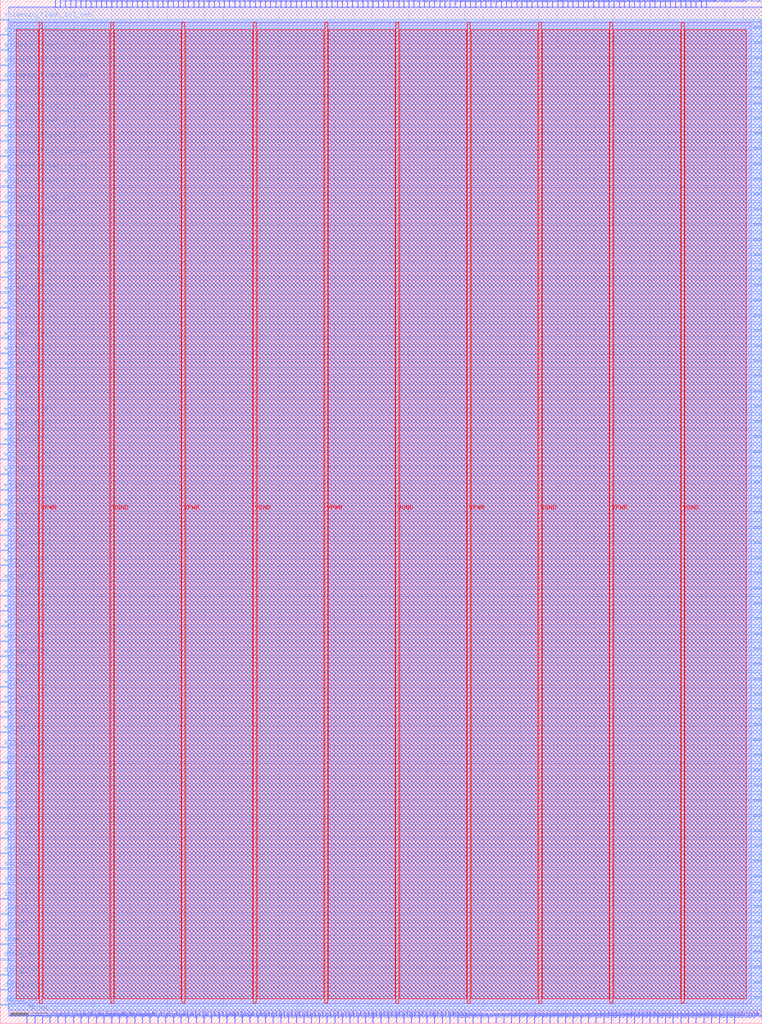
<source format=lef>
VERSION 5.7 ;
  NOWIREEXTENSIONATPIN ON ;
  DIVIDERCHAR "/" ;
  BUSBITCHARS "[]" ;
MACRO housekeeping_alt
  CLASS BLOCK ;
  FOREIGN housekeeping_alt ;
  ORIGIN 0.000 0.000 ;
  SIZE 410.230 BY 550.950 ;
  PIN VGND
    USE GROUND ;
    PORT
      LAYER met4 ;
        RECT 366.640 10.640 368.240 538.800 ;
    END
    PORT
      LAYER met4 ;
        RECT 289.840 10.640 291.440 538.800 ;
    END
    PORT
      LAYER met4 ;
        RECT 213.040 10.640 214.640 538.800 ;
    END
    PORT
      LAYER met4 ;
        RECT 136.240 10.640 137.840 538.800 ;
    END
    PORT
      LAYER met4 ;
        RECT 59.440 10.640 61.040 538.800 ;
    END
  END VGND
  PIN VPWR
    USE POWER ;
    PORT
      LAYER met4 ;
        RECT 328.240 10.640 329.840 538.800 ;
    END
    PORT
      LAYER met4 ;
        RECT 251.440 10.640 253.040 538.800 ;
    END
    PORT
      LAYER met4 ;
        RECT 174.640 10.640 176.240 538.800 ;
    END
    PORT
      LAYER met4 ;
        RECT 97.840 10.640 99.440 538.800 ;
    END
    PORT
      LAYER met4 ;
        RECT 21.040 10.640 22.640 538.800 ;
    END
  END VPWR
  PIN debug_in
    ANTENNADIFFAREA 2.673000 ;
    PORT
      LAYER met3 ;
        RECT 0.000 9.560 4.000 10.160 ;
    END
  END debug_in
  PIN debug_mode
    ANTENNAGATEAREA 0.247500 ;
    ANTENNADIFFAREA 0.434700 ;
    PORT
      LAYER met3 ;
        RECT 0.000 17.720 4.000 18.320 ;
    END
  END debug_mode
  PIN debug_oeb
    ANTENNAGATEAREA 0.126000 ;
    ANTENNADIFFAREA 0.434700 ;
    PORT
      LAYER met3 ;
        RECT 0.000 25.880 4.000 26.480 ;
    END
  END debug_oeb
  PIN debug_out
    ANTENNAGATEAREA 0.159000 ;
    ANTENNADIFFAREA 0.434700 ;
    PORT
      LAYER met3 ;
        RECT 0.000 34.040 4.000 34.640 ;
    END
  END debug_out
  PIN irq[0]
    ANTENNADIFFAREA 2.673000 ;
    PORT
      LAYER met3 ;
        RECT 0.000 50.360 4.000 50.960 ;
    END
  END irq[0]
  PIN irq[1]
    ANTENNADIFFAREA 2.673000 ;
    PORT
      LAYER met3 ;
        RECT 0.000 58.520 4.000 59.120 ;
    END
  END irq[1]
  PIN irq[2]
    ANTENNADIFFAREA 2.673000 ;
    PORT
      LAYER met3 ;
        RECT 0.000 66.680 4.000 67.280 ;
    END
  END irq[2]
  PIN mask_rev_in[0]
    ANTENNAGATEAREA 0.213000 ;
    ANTENNADIFFAREA 0.434700 ;
    PORT
      LAYER met2 ;
        RECT 250.330 0.000 250.610 4.000 ;
    END
  END mask_rev_in[0]
  PIN mask_rev_in[10]
    ANTENNAGATEAREA 0.126000 ;
    ANTENNADIFFAREA 0.434700 ;
    PORT
      LAYER met2 ;
        RECT 291.730 0.000 292.010 4.000 ;
    END
  END mask_rev_in[10]
  PIN mask_rev_in[11]
    ANTENNAGATEAREA 0.126000 ;
    ANTENNADIFFAREA 0.434700 ;
    PORT
      LAYER met2 ;
        RECT 295.870 0.000 296.150 4.000 ;
    END
  END mask_rev_in[11]
  PIN mask_rev_in[12]
    ANTENNAGATEAREA 0.159000 ;
    ANTENNADIFFAREA 0.434700 ;
    PORT
      LAYER met2 ;
        RECT 300.010 0.000 300.290 4.000 ;
    END
  END mask_rev_in[12]
  PIN mask_rev_in[13]
    ANTENNAGATEAREA 0.213000 ;
    ANTENNADIFFAREA 0.434700 ;
    PORT
      LAYER met2 ;
        RECT 304.150 0.000 304.430 4.000 ;
    END
  END mask_rev_in[13]
  PIN mask_rev_in[14]
    ANTENNAGATEAREA 0.213000 ;
    ANTENNADIFFAREA 0.434700 ;
    PORT
      LAYER met2 ;
        RECT 308.290 0.000 308.570 4.000 ;
    END
  END mask_rev_in[14]
  PIN mask_rev_in[15]
    ANTENNAGATEAREA 0.126000 ;
    ANTENNADIFFAREA 0.434700 ;
    PORT
      LAYER met2 ;
        RECT 312.430 0.000 312.710 4.000 ;
    END
  END mask_rev_in[15]
  PIN mask_rev_in[16]
    ANTENNAGATEAREA 0.126000 ;
    ANTENNADIFFAREA 0.434700 ;
    PORT
      LAYER met2 ;
        RECT 316.570 0.000 316.850 4.000 ;
    END
  END mask_rev_in[16]
  PIN mask_rev_in[17]
    ANTENNAGATEAREA 0.126000 ;
    ANTENNADIFFAREA 0.434700 ;
    PORT
      LAYER met2 ;
        RECT 320.710 0.000 320.990 4.000 ;
    END
  END mask_rev_in[17]
  PIN mask_rev_in[18]
    ANTENNAGATEAREA 0.126000 ;
    ANTENNADIFFAREA 0.434700 ;
    PORT
      LAYER met2 ;
        RECT 324.850 0.000 325.130 4.000 ;
    END
  END mask_rev_in[18]
  PIN mask_rev_in[19]
    ANTENNAGATEAREA 0.213000 ;
    ANTENNADIFFAREA 0.434700 ;
    PORT
      LAYER met2 ;
        RECT 328.990 0.000 329.270 4.000 ;
    END
  END mask_rev_in[19]
  PIN mask_rev_in[1]
    ANTENNAGATEAREA 0.159000 ;
    ANTENNADIFFAREA 0.434700 ;
    PORT
      LAYER met2 ;
        RECT 254.470 0.000 254.750 4.000 ;
    END
  END mask_rev_in[1]
  PIN mask_rev_in[20]
    ANTENNAGATEAREA 0.213000 ;
    ANTENNADIFFAREA 0.434700 ;
    PORT
      LAYER met2 ;
        RECT 333.130 0.000 333.410 4.000 ;
    END
  END mask_rev_in[20]
  PIN mask_rev_in[21]
    ANTENNAGATEAREA 0.126000 ;
    ANTENNADIFFAREA 0.434700 ;
    PORT
      LAYER met2 ;
        RECT 337.270 0.000 337.550 4.000 ;
    END
  END mask_rev_in[21]
  PIN mask_rev_in[22]
    ANTENNAGATEAREA 0.126000 ;
    ANTENNADIFFAREA 0.434700 ;
    PORT
      LAYER met2 ;
        RECT 341.410 0.000 341.690 4.000 ;
    END
  END mask_rev_in[22]
  PIN mask_rev_in[23]
    ANTENNAGATEAREA 0.126000 ;
    ANTENNADIFFAREA 0.434700 ;
    PORT
      LAYER met2 ;
        RECT 345.550 0.000 345.830 4.000 ;
    END
  END mask_rev_in[23]
  PIN mask_rev_in[24]
    ANTENNAGATEAREA 0.126000 ;
    ANTENNADIFFAREA 0.434700 ;
    PORT
      LAYER met2 ;
        RECT 349.690 0.000 349.970 4.000 ;
    END
  END mask_rev_in[24]
  PIN mask_rev_in[25]
    ANTENNAGATEAREA 0.126000 ;
    ANTENNADIFFAREA 0.434700 ;
    PORT
      LAYER met2 ;
        RECT 353.830 0.000 354.110 4.000 ;
    END
  END mask_rev_in[25]
  PIN mask_rev_in[26]
    ANTENNAGATEAREA 0.126000 ;
    ANTENNADIFFAREA 0.434700 ;
    PORT
      LAYER met2 ;
        RECT 357.970 0.000 358.250 4.000 ;
    END
  END mask_rev_in[26]
  PIN mask_rev_in[27]
    ANTENNAGATEAREA 0.213000 ;
    ANTENNADIFFAREA 0.434700 ;
    PORT
      LAYER met2 ;
        RECT 362.110 0.000 362.390 4.000 ;
    END
  END mask_rev_in[27]
  PIN mask_rev_in[28]
    ANTENNAGATEAREA 0.247500 ;
    ANTENNADIFFAREA 0.434700 ;
    PORT
      LAYER met2 ;
        RECT 366.250 0.000 366.530 4.000 ;
    END
  END mask_rev_in[28]
  PIN mask_rev_in[29]
    ANTENNAGATEAREA 0.126000 ;
    ANTENNADIFFAREA 0.434700 ;
    PORT
      LAYER met2 ;
        RECT 370.390 0.000 370.670 4.000 ;
    END
  END mask_rev_in[29]
  PIN mask_rev_in[2]
    ANTENNAGATEAREA 0.126000 ;
    ANTENNADIFFAREA 0.434700 ;
    PORT
      LAYER met2 ;
        RECT 258.610 0.000 258.890 4.000 ;
    END
  END mask_rev_in[2]
  PIN mask_rev_in[30]
    ANTENNAGATEAREA 0.126000 ;
    ANTENNADIFFAREA 0.434700 ;
    PORT
      LAYER met2 ;
        RECT 374.530 0.000 374.810 4.000 ;
    END
  END mask_rev_in[30]
  PIN mask_rev_in[31]
    ANTENNAGATEAREA 0.126000 ;
    ANTENNADIFFAREA 0.434700 ;
    PORT
      LAYER met2 ;
        RECT 378.670 0.000 378.950 4.000 ;
    END
  END mask_rev_in[31]
  PIN mask_rev_in[3]
    ANTENNAGATEAREA 0.159000 ;
    ANTENNADIFFAREA 0.434700 ;
    PORT
      LAYER met2 ;
        RECT 262.750 0.000 263.030 4.000 ;
    END
  END mask_rev_in[3]
  PIN mask_rev_in[4]
    ANTENNAGATEAREA 0.126000 ;
    ANTENNADIFFAREA 0.434700 ;
    PORT
      LAYER met2 ;
        RECT 266.890 0.000 267.170 4.000 ;
    END
  END mask_rev_in[4]
  PIN mask_rev_in[5]
    ANTENNAGATEAREA 0.213000 ;
    ANTENNADIFFAREA 0.434700 ;
    PORT
      LAYER met2 ;
        RECT 271.030 0.000 271.310 4.000 ;
    END
  END mask_rev_in[5]
  PIN mask_rev_in[6]
    ANTENNAGATEAREA 0.213000 ;
    ANTENNADIFFAREA 0.434700 ;
    PORT
      LAYER met2 ;
        RECT 275.170 0.000 275.450 4.000 ;
    END
  END mask_rev_in[6]
  PIN mask_rev_in[7]
    ANTENNAGATEAREA 0.159000 ;
    ANTENNADIFFAREA 0.434700 ;
    PORT
      LAYER met2 ;
        RECT 279.310 0.000 279.590 4.000 ;
    END
  END mask_rev_in[7]
  PIN mask_rev_in[8]
    ANTENNAGATEAREA 0.213000 ;
    ANTENNADIFFAREA 0.434700 ;
    PORT
      LAYER met2 ;
        RECT 283.450 0.000 283.730 4.000 ;
    END
  END mask_rev_in[8]
  PIN mask_rev_in[9]
    ANTENNAGATEAREA 0.213000 ;
    ANTENNADIFFAREA 0.434700 ;
    PORT
      LAYER met2 ;
        RECT 287.590 0.000 287.870 4.000 ;
    END
  END mask_rev_in[9]
  PIN mgmt_gpio_in[0]
    ANTENNAGATEAREA 0.852000 ;
    ANTENNADIFFAREA 0.434700 ;
    PORT
      LAYER met3 ;
        RECT 406.230 54.440 410.230 55.040 ;
    END
  END mgmt_gpio_in[0]
  PIN mgmt_gpio_in[10]
    ANTENNAGATEAREA 0.159000 ;
    ANTENNADIFFAREA 0.434700 ;
    PORT
      LAYER met3 ;
        RECT 406.230 299.240 410.230 299.840 ;
    END
  END mgmt_gpio_in[10]
  PIN mgmt_gpio_in[11]
    ANTENNAGATEAREA 0.213000 ;
    ANTENNADIFFAREA 0.434700 ;
    PORT
      LAYER met3 ;
        RECT 406.230 323.720 410.230 324.320 ;
    END
  END mgmt_gpio_in[11]
  PIN mgmt_gpio_in[12]
    ANTENNAGATEAREA 0.426000 ;
    ANTENNADIFFAREA 0.434700 ;
    PORT
      LAYER met3 ;
        RECT 406.230 348.200 410.230 348.800 ;
    END
  END mgmt_gpio_in[12]
  PIN mgmt_gpio_in[13]
    ANTENNAGATEAREA 0.159000 ;
    ANTENNADIFFAREA 0.434700 ;
    PORT
      LAYER met3 ;
        RECT 406.230 372.680 410.230 373.280 ;
    END
  END mgmt_gpio_in[13]
  PIN mgmt_gpio_in[14]
    ANTENNAGATEAREA 0.126000 ;
    ANTENNADIFFAREA 0.434700 ;
    PORT
      LAYER met3 ;
        RECT 406.230 397.160 410.230 397.760 ;
    END
  END mgmt_gpio_in[14]
  PIN mgmt_gpio_in[15]
    ANTENNAGATEAREA 0.159000 ;
    ANTENNADIFFAREA 0.434700 ;
    PORT
      LAYER met3 ;
        RECT 406.230 421.640 410.230 422.240 ;
    END
  END mgmt_gpio_in[15]
  PIN mgmt_gpio_in[16]
    ANTENNAGATEAREA 0.213000 ;
    ANTENNADIFFAREA 0.434700 ;
    PORT
      LAYER met3 ;
        RECT 406.230 446.120 410.230 446.720 ;
    END
  END mgmt_gpio_in[16]
  PIN mgmt_gpio_in[17]
    ANTENNAGATEAREA 0.213000 ;
    ANTENNADIFFAREA 0.434700 ;
    PORT
      LAYER met3 ;
        RECT 406.230 470.600 410.230 471.200 ;
    END
  END mgmt_gpio_in[17]
  PIN mgmt_gpio_in[18]
    ANTENNAGATEAREA 0.247500 ;
    ANTENNADIFFAREA 0.434700 ;
    PORT
      LAYER met3 ;
        RECT 406.230 495.080 410.230 495.680 ;
    END
  END mgmt_gpio_in[18]
  PIN mgmt_gpio_in[19]
    ANTENNAGATEAREA 0.159000 ;
    ANTENNADIFFAREA 0.434700 ;
    PORT
      LAYER met3 ;
        RECT 406.230 519.560 410.230 520.160 ;
    END
  END mgmt_gpio_in[19]
  PIN mgmt_gpio_in[1]
    ANTENNAGATEAREA 0.213000 ;
    ANTENNADIFFAREA 0.434700 ;
    PORT
      LAYER met3 ;
        RECT 406.230 78.920 410.230 79.520 ;
    END
  END mgmt_gpio_in[1]
  PIN mgmt_gpio_in[20]
    ANTENNAGATEAREA 0.213000 ;
    ANTENNADIFFAREA 0.434700 ;
    PORT
      LAYER met2 ;
        RECT 233.770 546.950 234.050 550.950 ;
    END
  END mgmt_gpio_in[20]
  PIN mgmt_gpio_in[21]
    ANTENNAGATEAREA 0.213000 ;
    ANTENNADIFFAREA 0.434700 ;
    PORT
      LAYER met2 ;
        RECT 242.050 546.950 242.330 550.950 ;
    END
  END mgmt_gpio_in[21]
  PIN mgmt_gpio_in[22]
    ANTENNAGATEAREA 0.247500 ;
    ANTENNADIFFAREA 0.434700 ;
    PORT
      LAYER met2 ;
        RECT 250.330 546.950 250.610 550.950 ;
    END
  END mgmt_gpio_in[22]
  PIN mgmt_gpio_in[23]
    ANTENNAGATEAREA 0.213000 ;
    ANTENNADIFFAREA 0.434700 ;
    PORT
      LAYER met2 ;
        RECT 258.610 546.950 258.890 550.950 ;
    END
  END mgmt_gpio_in[23]
  PIN mgmt_gpio_in[24]
    ANTENNAGATEAREA 0.126000 ;
    ANTENNADIFFAREA 0.434700 ;
    PORT
      LAYER met2 ;
        RECT 266.890 546.950 267.170 550.950 ;
    END
  END mgmt_gpio_in[24]
  PIN mgmt_gpio_in[25]
    ANTENNAGATEAREA 0.213000 ;
    ANTENNADIFFAREA 0.434700 ;
    PORT
      LAYER met2 ;
        RECT 275.170 546.950 275.450 550.950 ;
    END
  END mgmt_gpio_in[25]
  PIN mgmt_gpio_in[26]
    ANTENNAGATEAREA 0.213000 ;
    ANTENNADIFFAREA 0.434700 ;
    PORT
      LAYER met2 ;
        RECT 283.450 546.950 283.730 550.950 ;
    END
  END mgmt_gpio_in[26]
  PIN mgmt_gpio_in[27]
    ANTENNAGATEAREA 0.213000 ;
    ANTENNADIFFAREA 0.434700 ;
    PORT
      LAYER met2 ;
        RECT 291.730 546.950 292.010 550.950 ;
    END
  END mgmt_gpio_in[27]
  PIN mgmt_gpio_in[28]
    ANTENNAGATEAREA 0.159000 ;
    ANTENNADIFFAREA 0.434700 ;
    PORT
      LAYER met2 ;
        RECT 300.010 546.950 300.290 550.950 ;
    END
  END mgmt_gpio_in[28]
  PIN mgmt_gpio_in[29]
    ANTENNAGATEAREA 0.159000 ;
    ANTENNADIFFAREA 0.434700 ;
    PORT
      LAYER met2 ;
        RECT 308.290 546.950 308.570 550.950 ;
    END
  END mgmt_gpio_in[29]
  PIN mgmt_gpio_in[2]
    ANTENNAGATEAREA 0.990000 ;
    ANTENNADIFFAREA 0.434700 ;
    PORT
      LAYER met3 ;
        RECT 406.230 103.400 410.230 104.000 ;
    END
  END mgmt_gpio_in[2]
  PIN mgmt_gpio_in[30]
    ANTENNAGATEAREA 0.213000 ;
    ANTENNADIFFAREA 0.434700 ;
    PORT
      LAYER met2 ;
        RECT 316.570 546.950 316.850 550.950 ;
    END
  END mgmt_gpio_in[30]
  PIN mgmt_gpio_in[31]
    ANTENNAGATEAREA 0.159000 ;
    ANTENNADIFFAREA 0.434700 ;
    PORT
      LAYER met2 ;
        RECT 324.850 546.950 325.130 550.950 ;
    END
  END mgmt_gpio_in[31]
  PIN mgmt_gpio_in[32]
    ANTENNAGATEAREA 0.159000 ;
    ANTENNADIFFAREA 0.434700 ;
    PORT
      LAYER met2 ;
        RECT 333.130 546.950 333.410 550.950 ;
    END
  END mgmt_gpio_in[32]
  PIN mgmt_gpio_in[33]
    ANTENNAGATEAREA 0.126000 ;
    ANTENNADIFFAREA 0.434700 ;
    PORT
      LAYER met2 ;
        RECT 341.410 546.950 341.690 550.950 ;
    END
  END mgmt_gpio_in[33]
  PIN mgmt_gpio_in[34]
    ANTENNAGATEAREA 0.742500 ;
    ANTENNADIFFAREA 0.434700 ;
    PORT
      LAYER met2 ;
        RECT 349.690 546.950 349.970 550.950 ;
    END
  END mgmt_gpio_in[34]
  PIN mgmt_gpio_in[35]
    ANTENNAGATEAREA 0.159000 ;
    ANTENNADIFFAREA 0.434700 ;
    PORT
      LAYER met2 ;
        RECT 357.970 546.950 358.250 550.950 ;
    END
  END mgmt_gpio_in[35]
  PIN mgmt_gpio_in[36]
    ANTENNAGATEAREA 0.247500 ;
    ANTENNADIFFAREA 0.434700 ;
    PORT
      LAYER met2 ;
        RECT 366.250 546.950 366.530 550.950 ;
    END
  END mgmt_gpio_in[36]
  PIN mgmt_gpio_in[37]
    ANTENNAGATEAREA 0.495000 ;
    ANTENNADIFFAREA 0.434700 ;
    PORT
      LAYER met2 ;
        RECT 374.530 546.950 374.810 550.950 ;
    END
  END mgmt_gpio_in[37]
  PIN mgmt_gpio_in[3]
    ANTENNAGATEAREA 0.990000 ;
    ANTENNADIFFAREA 0.434700 ;
    PORT
      LAYER met3 ;
        RECT 406.230 127.880 410.230 128.480 ;
    END
  END mgmt_gpio_in[3]
  PIN mgmt_gpio_in[4]
    ANTENNAGATEAREA 0.852000 ;
    ANTENNADIFFAREA 0.434700 ;
    PORT
      LAYER met3 ;
        RECT 406.230 152.360 410.230 152.960 ;
    END
  END mgmt_gpio_in[4]
  PIN mgmt_gpio_in[5]
    ANTENNAGATEAREA 0.247500 ;
    ANTENNADIFFAREA 0.434700 ;
    PORT
      LAYER met3 ;
        RECT 406.230 176.840 410.230 177.440 ;
    END
  END mgmt_gpio_in[5]
  PIN mgmt_gpio_in[6]
    ANTENNAGATEAREA 0.213000 ;
    ANTENNADIFFAREA 0.434700 ;
    PORT
      LAYER met3 ;
        RECT 406.230 201.320 410.230 201.920 ;
    END
  END mgmt_gpio_in[6]
  PIN mgmt_gpio_in[7]
    ANTENNAGATEAREA 0.247500 ;
    ANTENNADIFFAREA 0.434700 ;
    PORT
      LAYER met3 ;
        RECT 406.230 225.800 410.230 226.400 ;
    END
  END mgmt_gpio_in[7]
  PIN mgmt_gpio_in[8]
    ANTENNAGATEAREA 0.159000 ;
    ANTENNADIFFAREA 0.434700 ;
    PORT
      LAYER met3 ;
        RECT 406.230 250.280 410.230 250.880 ;
    END
  END mgmt_gpio_in[8]
  PIN mgmt_gpio_in[9]
    ANTENNAGATEAREA 0.213000 ;
    ANTENNADIFFAREA 0.434700 ;
    PORT
      LAYER met3 ;
        RECT 406.230 274.760 410.230 275.360 ;
    END
  END mgmt_gpio_in[9]
  PIN mgmt_gpio_oeb[0]
    ANTENNADIFFAREA 2.673000 ;
    PORT
      LAYER met3 ;
        RECT 406.230 62.600 410.230 63.200 ;
    END
  END mgmt_gpio_oeb[0]
  PIN mgmt_gpio_oeb[10]
    ANTENNADIFFAREA 2.673000 ;
    PORT
      LAYER met3 ;
        RECT 406.230 307.400 410.230 308.000 ;
    END
  END mgmt_gpio_oeb[10]
  PIN mgmt_gpio_oeb[11]
    ANTENNADIFFAREA 2.673000 ;
    PORT
      LAYER met3 ;
        RECT 406.230 331.880 410.230 332.480 ;
    END
  END mgmt_gpio_oeb[11]
  PIN mgmt_gpio_oeb[12]
    ANTENNADIFFAREA 2.673000 ;
    PORT
      LAYER met3 ;
        RECT 406.230 356.360 410.230 356.960 ;
    END
  END mgmt_gpio_oeb[12]
  PIN mgmt_gpio_oeb[13]
    ANTENNADIFFAREA 2.673000 ;
    PORT
      LAYER met3 ;
        RECT 406.230 380.840 410.230 381.440 ;
    END
  END mgmt_gpio_oeb[13]
  PIN mgmt_gpio_oeb[14]
    ANTENNADIFFAREA 2.673000 ;
    PORT
      LAYER met3 ;
        RECT 406.230 405.320 410.230 405.920 ;
    END
  END mgmt_gpio_oeb[14]
  PIN mgmt_gpio_oeb[15]
    ANTENNADIFFAREA 2.673000 ;
    PORT
      LAYER met3 ;
        RECT 406.230 429.800 410.230 430.400 ;
    END
  END mgmt_gpio_oeb[15]
  PIN mgmt_gpio_oeb[16]
    ANTENNADIFFAREA 2.673000 ;
    PORT
      LAYER met3 ;
        RECT 406.230 454.280 410.230 454.880 ;
    END
  END mgmt_gpio_oeb[16]
  PIN mgmt_gpio_oeb[17]
    ANTENNADIFFAREA 2.673000 ;
    PORT
      LAYER met3 ;
        RECT 406.230 478.760 410.230 479.360 ;
    END
  END mgmt_gpio_oeb[17]
  PIN mgmt_gpio_oeb[18]
    ANTENNADIFFAREA 2.673000 ;
    PORT
      LAYER met3 ;
        RECT 406.230 503.240 410.230 503.840 ;
    END
  END mgmt_gpio_oeb[18]
  PIN mgmt_gpio_oeb[19]
    ANTENNADIFFAREA 2.673000 ;
    PORT
      LAYER met3 ;
        RECT 406.230 527.720 410.230 528.320 ;
    END
  END mgmt_gpio_oeb[19]
  PIN mgmt_gpio_oeb[1]
    ANTENNADIFFAREA 2.673000 ;
    PORT
      LAYER met3 ;
        RECT 406.230 87.080 410.230 87.680 ;
    END
  END mgmt_gpio_oeb[1]
  PIN mgmt_gpio_oeb[20]
    ANTENNADIFFAREA 2.673000 ;
    PORT
      LAYER met2 ;
        RECT 236.530 546.950 236.810 550.950 ;
    END
  END mgmt_gpio_oeb[20]
  PIN mgmt_gpio_oeb[21]
    ANTENNADIFFAREA 2.673000 ;
    PORT
      LAYER met2 ;
        RECT 244.810 546.950 245.090 550.950 ;
    END
  END mgmt_gpio_oeb[21]
  PIN mgmt_gpio_oeb[22]
    ANTENNADIFFAREA 2.673000 ;
    PORT
      LAYER met2 ;
        RECT 253.090 546.950 253.370 550.950 ;
    END
  END mgmt_gpio_oeb[22]
  PIN mgmt_gpio_oeb[23]
    ANTENNADIFFAREA 2.673000 ;
    PORT
      LAYER met2 ;
        RECT 261.370 546.950 261.650 550.950 ;
    END
  END mgmt_gpio_oeb[23]
  PIN mgmt_gpio_oeb[24]
    ANTENNADIFFAREA 2.673000 ;
    PORT
      LAYER met2 ;
        RECT 269.650 546.950 269.930 550.950 ;
    END
  END mgmt_gpio_oeb[24]
  PIN mgmt_gpio_oeb[25]
    ANTENNADIFFAREA 2.673000 ;
    PORT
      LAYER met2 ;
        RECT 277.930 546.950 278.210 550.950 ;
    END
  END mgmt_gpio_oeb[25]
  PIN mgmt_gpio_oeb[26]
    ANTENNADIFFAREA 2.673000 ;
    PORT
      LAYER met2 ;
        RECT 286.210 546.950 286.490 550.950 ;
    END
  END mgmt_gpio_oeb[26]
  PIN mgmt_gpio_oeb[27]
    ANTENNADIFFAREA 2.673000 ;
    PORT
      LAYER met2 ;
        RECT 294.490 546.950 294.770 550.950 ;
    END
  END mgmt_gpio_oeb[27]
  PIN mgmt_gpio_oeb[28]
    ANTENNADIFFAREA 2.673000 ;
    PORT
      LAYER met2 ;
        RECT 302.770 546.950 303.050 550.950 ;
    END
  END mgmt_gpio_oeb[28]
  PIN mgmt_gpio_oeb[29]
    ANTENNADIFFAREA 2.673000 ;
    PORT
      LAYER met2 ;
        RECT 311.050 546.950 311.330 550.950 ;
    END
  END mgmt_gpio_oeb[29]
  PIN mgmt_gpio_oeb[2]
    ANTENNADIFFAREA 2.673000 ;
    PORT
      LAYER met3 ;
        RECT 406.230 111.560 410.230 112.160 ;
    END
  END mgmt_gpio_oeb[2]
  PIN mgmt_gpio_oeb[30]
    ANTENNADIFFAREA 2.673000 ;
    PORT
      LAYER met2 ;
        RECT 319.330 546.950 319.610 550.950 ;
    END
  END mgmt_gpio_oeb[30]
  PIN mgmt_gpio_oeb[31]
    ANTENNADIFFAREA 2.673000 ;
    PORT
      LAYER met2 ;
        RECT 327.610 546.950 327.890 550.950 ;
    END
  END mgmt_gpio_oeb[31]
  PIN mgmt_gpio_oeb[32]
    ANTENNADIFFAREA 2.673000 ;
    PORT
      LAYER met2 ;
        RECT 335.890 546.950 336.170 550.950 ;
    END
  END mgmt_gpio_oeb[32]
  PIN mgmt_gpio_oeb[33]
    ANTENNADIFFAREA 2.673000 ;
    PORT
      LAYER met2 ;
        RECT 344.170 546.950 344.450 550.950 ;
    END
  END mgmt_gpio_oeb[33]
  PIN mgmt_gpio_oeb[34]
    ANTENNADIFFAREA 2.673000 ;
    PORT
      LAYER met2 ;
        RECT 352.450 546.950 352.730 550.950 ;
    END
  END mgmt_gpio_oeb[34]
  PIN mgmt_gpio_oeb[35]
    ANTENNADIFFAREA 2.673000 ;
    PORT
      LAYER met2 ;
        RECT 360.730 546.950 361.010 550.950 ;
    END
  END mgmt_gpio_oeb[35]
  PIN mgmt_gpio_oeb[36]
    ANTENNADIFFAREA 2.673000 ;
    PORT
      LAYER met2 ;
        RECT 369.010 546.950 369.290 550.950 ;
    END
  END mgmt_gpio_oeb[36]
  PIN mgmt_gpio_oeb[37]
    ANTENNADIFFAREA 2.673000 ;
    PORT
      LAYER met2 ;
        RECT 377.290 546.950 377.570 550.950 ;
    END
  END mgmt_gpio_oeb[37]
  PIN mgmt_gpio_oeb[3]
    ANTENNADIFFAREA 2.673000 ;
    PORT
      LAYER met3 ;
        RECT 406.230 136.040 410.230 136.640 ;
    END
  END mgmt_gpio_oeb[3]
  PIN mgmt_gpio_oeb[4]
    ANTENNADIFFAREA 2.673000 ;
    PORT
      LAYER met3 ;
        RECT 406.230 160.520 410.230 161.120 ;
    END
  END mgmt_gpio_oeb[4]
  PIN mgmt_gpio_oeb[5]
    ANTENNADIFFAREA 2.673000 ;
    PORT
      LAYER met3 ;
        RECT 406.230 185.000 410.230 185.600 ;
    END
  END mgmt_gpio_oeb[5]
  PIN mgmt_gpio_oeb[6]
    ANTENNADIFFAREA 2.673000 ;
    PORT
      LAYER met3 ;
        RECT 406.230 209.480 410.230 210.080 ;
    END
  END mgmt_gpio_oeb[6]
  PIN mgmt_gpio_oeb[7]
    ANTENNADIFFAREA 2.673000 ;
    PORT
      LAYER met3 ;
        RECT 406.230 233.960 410.230 234.560 ;
    END
  END mgmt_gpio_oeb[7]
  PIN mgmt_gpio_oeb[8]
    ANTENNADIFFAREA 2.673000 ;
    PORT
      LAYER met3 ;
        RECT 406.230 258.440 410.230 259.040 ;
    END
  END mgmt_gpio_oeb[8]
  PIN mgmt_gpio_oeb[9]
    ANTENNADIFFAREA 2.673000 ;
    PORT
      LAYER met3 ;
        RECT 406.230 282.920 410.230 283.520 ;
    END
  END mgmt_gpio_oeb[9]
  PIN mgmt_gpio_out[0]
    ANTENNADIFFAREA 2.673000 ;
    PORT
      LAYER met3 ;
        RECT 406.230 70.760 410.230 71.360 ;
    END
  END mgmt_gpio_out[0]
  PIN mgmt_gpio_out[10]
    ANTENNADIFFAREA 2.673000 ;
    PORT
      LAYER met3 ;
        RECT 406.230 315.560 410.230 316.160 ;
    END
  END mgmt_gpio_out[10]
  PIN mgmt_gpio_out[11]
    ANTENNADIFFAREA 2.673000 ;
    PORT
      LAYER met3 ;
        RECT 406.230 340.040 410.230 340.640 ;
    END
  END mgmt_gpio_out[11]
  PIN mgmt_gpio_out[12]
    ANTENNADIFFAREA 2.673000 ;
    PORT
      LAYER met3 ;
        RECT 406.230 364.520 410.230 365.120 ;
    END
  END mgmt_gpio_out[12]
  PIN mgmt_gpio_out[13]
    ANTENNADIFFAREA 2.673000 ;
    PORT
      LAYER met3 ;
        RECT 406.230 389.000 410.230 389.600 ;
    END
  END mgmt_gpio_out[13]
  PIN mgmt_gpio_out[14]
    ANTENNADIFFAREA 1.590400 ;
    PORT
      LAYER met3 ;
        RECT 406.230 413.480 410.230 414.080 ;
    END
  END mgmt_gpio_out[14]
  PIN mgmt_gpio_out[15]
    ANTENNADIFFAREA 1.590400 ;
    PORT
      LAYER met3 ;
        RECT 406.230 437.960 410.230 438.560 ;
    END
  END mgmt_gpio_out[15]
  PIN mgmt_gpio_out[16]
    ANTENNADIFFAREA 2.673000 ;
    PORT
      LAYER met3 ;
        RECT 406.230 462.440 410.230 463.040 ;
    END
  END mgmt_gpio_out[16]
  PIN mgmt_gpio_out[17]
    ANTENNADIFFAREA 2.673000 ;
    PORT
      LAYER met3 ;
        RECT 406.230 486.920 410.230 487.520 ;
    END
  END mgmt_gpio_out[17]
  PIN mgmt_gpio_out[18]
    ANTENNADIFFAREA 2.673000 ;
    PORT
      LAYER met3 ;
        RECT 406.230 511.400 410.230 512.000 ;
    END
  END mgmt_gpio_out[18]
  PIN mgmt_gpio_out[19]
    ANTENNADIFFAREA 2.673000 ;
    PORT
      LAYER met3 ;
        RECT 406.230 535.880 410.230 536.480 ;
    END
  END mgmt_gpio_out[19]
  PIN mgmt_gpio_out[1]
    ANTENNADIFFAREA 2.673000 ;
    PORT
      LAYER met3 ;
        RECT 406.230 95.240 410.230 95.840 ;
    END
  END mgmt_gpio_out[1]
  PIN mgmt_gpio_out[20]
    ANTENNADIFFAREA 2.673000 ;
    PORT
      LAYER met2 ;
        RECT 239.290 546.950 239.570 550.950 ;
    END
  END mgmt_gpio_out[20]
  PIN mgmt_gpio_out[21]
    ANTENNADIFFAREA 2.673000 ;
    PORT
      LAYER met2 ;
        RECT 247.570 546.950 247.850 550.950 ;
    END
  END mgmt_gpio_out[21]
  PIN mgmt_gpio_out[22]
    ANTENNADIFFAREA 2.673000 ;
    PORT
      LAYER met2 ;
        RECT 255.850 546.950 256.130 550.950 ;
    END
  END mgmt_gpio_out[22]
  PIN mgmt_gpio_out[23]
    ANTENNADIFFAREA 2.673000 ;
    PORT
      LAYER met2 ;
        RECT 264.130 546.950 264.410 550.950 ;
    END
  END mgmt_gpio_out[23]
  PIN mgmt_gpio_out[24]
    ANTENNADIFFAREA 2.673000 ;
    PORT
      LAYER met2 ;
        RECT 272.410 546.950 272.690 550.950 ;
    END
  END mgmt_gpio_out[24]
  PIN mgmt_gpio_out[25]
    ANTENNADIFFAREA 2.673000 ;
    PORT
      LAYER met2 ;
        RECT 280.690 546.950 280.970 550.950 ;
    END
  END mgmt_gpio_out[25]
  PIN mgmt_gpio_out[26]
    ANTENNADIFFAREA 2.673000 ;
    PORT
      LAYER met2 ;
        RECT 288.970 546.950 289.250 550.950 ;
    END
  END mgmt_gpio_out[26]
  PIN mgmt_gpio_out[27]
    ANTENNADIFFAREA 2.673000 ;
    PORT
      LAYER met2 ;
        RECT 297.250 546.950 297.530 550.950 ;
    END
  END mgmt_gpio_out[27]
  PIN mgmt_gpio_out[28]
    ANTENNADIFFAREA 2.673000 ;
    PORT
      LAYER met2 ;
        RECT 305.530 546.950 305.810 550.950 ;
    END
  END mgmt_gpio_out[28]
  PIN mgmt_gpio_out[29]
    ANTENNADIFFAREA 2.673000 ;
    PORT
      LAYER met2 ;
        RECT 313.810 546.950 314.090 550.950 ;
    END
  END mgmt_gpio_out[29]
  PIN mgmt_gpio_out[2]
    ANTENNADIFFAREA 2.673000 ;
    PORT
      LAYER met3 ;
        RECT 406.230 119.720 410.230 120.320 ;
    END
  END mgmt_gpio_out[2]
  PIN mgmt_gpio_out[30]
    ANTENNADIFFAREA 1.590400 ;
    PORT
      LAYER met2 ;
        RECT 322.090 546.950 322.370 550.950 ;
    END
  END mgmt_gpio_out[30]
  PIN mgmt_gpio_out[31]
    ANTENNADIFFAREA 1.590400 ;
    PORT
      LAYER met2 ;
        RECT 330.370 546.950 330.650 550.950 ;
    END
  END mgmt_gpio_out[31]
  PIN mgmt_gpio_out[32]
    ANTENNADIFFAREA 2.673000 ;
    PORT
      LAYER met2 ;
        RECT 338.650 546.950 338.930 550.950 ;
    END
  END mgmt_gpio_out[32]
  PIN mgmt_gpio_out[33]
    ANTENNADIFFAREA 2.673000 ;
    PORT
      LAYER met2 ;
        RECT 346.930 546.950 347.210 550.950 ;
    END
  END mgmt_gpio_out[33]
  PIN mgmt_gpio_out[34]
    ANTENNADIFFAREA 2.673000 ;
    PORT
      LAYER met2 ;
        RECT 355.210 546.950 355.490 550.950 ;
    END
  END mgmt_gpio_out[34]
  PIN mgmt_gpio_out[35]
    ANTENNADIFFAREA 2.673000 ;
    PORT
      LAYER met2 ;
        RECT 363.490 546.950 363.770 550.950 ;
    END
  END mgmt_gpio_out[35]
  PIN mgmt_gpio_out[36]
    ANTENNADIFFAREA 2.673000 ;
    PORT
      LAYER met2 ;
        RECT 371.770 546.950 372.050 550.950 ;
    END
  END mgmt_gpio_out[36]
  PIN mgmt_gpio_out[37]
    ANTENNADIFFAREA 2.673000 ;
    PORT
      LAYER met2 ;
        RECT 380.050 546.950 380.330 550.950 ;
    END
  END mgmt_gpio_out[37]
  PIN mgmt_gpio_out[3]
    ANTENNADIFFAREA 2.673000 ;
    PORT
      LAYER met3 ;
        RECT 406.230 144.200 410.230 144.800 ;
    END
  END mgmt_gpio_out[3]
  PIN mgmt_gpio_out[4]
    ANTENNADIFFAREA 2.673000 ;
    PORT
      LAYER met3 ;
        RECT 406.230 168.680 410.230 169.280 ;
    END
  END mgmt_gpio_out[4]
  PIN mgmt_gpio_out[5]
    ANTENNADIFFAREA 2.673000 ;
    PORT
      LAYER met3 ;
        RECT 406.230 193.160 410.230 193.760 ;
    END
  END mgmt_gpio_out[5]
  PIN mgmt_gpio_out[6]
    ANTENNADIFFAREA 2.673000 ;
    PORT
      LAYER met3 ;
        RECT 406.230 217.640 410.230 218.240 ;
    END
  END mgmt_gpio_out[6]
  PIN mgmt_gpio_out[7]
    ANTENNADIFFAREA 2.673000 ;
    PORT
      LAYER met3 ;
        RECT 406.230 242.120 410.230 242.720 ;
    END
  END mgmt_gpio_out[7]
  PIN mgmt_gpio_out[8]
    ANTENNADIFFAREA 2.673000 ;
    PORT
      LAYER met3 ;
        RECT 406.230 266.600 410.230 267.200 ;
    END
  END mgmt_gpio_out[8]
  PIN mgmt_gpio_out[9]
    ANTENNADIFFAREA 1.590400 ;
    PORT
      LAYER met3 ;
        RECT 406.230 291.080 410.230 291.680 ;
    END
  END mgmt_gpio_out[9]
  PIN pad_flash_clk
    ANTENNADIFFAREA 1.590400 ;
    PORT
      LAYER met2 ;
        RECT 18.490 0.000 18.770 4.000 ;
    END
  END pad_flash_clk
  PIN pad_flash_clk_oeb
    ANTENNADIFFAREA 2.673000 ;
    PORT
      LAYER met2 ;
        RECT 22.630 0.000 22.910 4.000 ;
    END
  END pad_flash_clk_oeb
  PIN pad_flash_csb
    ANTENNADIFFAREA 2.673000 ;
    PORT
      LAYER met2 ;
        RECT 26.770 0.000 27.050 4.000 ;
    END
  END pad_flash_csb
  PIN pad_flash_csb_oeb
    ANTENNADIFFAREA 2.673000 ;
    PORT
      LAYER met2 ;
        RECT 30.910 0.000 31.190 4.000 ;
    END
  END pad_flash_csb_oeb
  PIN pad_flash_io0_di
    ANTENNAGATEAREA 0.126000 ;
    ANTENNADIFFAREA 0.434700 ;
    PORT
      LAYER met2 ;
        RECT 35.050 0.000 35.330 4.000 ;
    END
  END pad_flash_io0_di
  PIN pad_flash_io0_do
    ANTENNADIFFAREA 2.673000 ;
    PORT
      LAYER met2 ;
        RECT 39.190 0.000 39.470 4.000 ;
    END
  END pad_flash_io0_do
  PIN pad_flash_io0_ieb
    ANTENNADIFFAREA 2.673000 ;
    PORT
      LAYER met2 ;
        RECT 43.330 0.000 43.610 4.000 ;
    END
  END pad_flash_io0_ieb
  PIN pad_flash_io0_oeb
    ANTENNADIFFAREA 2.673000 ;
    PORT
      LAYER met2 ;
        RECT 47.470 0.000 47.750 4.000 ;
    END
  END pad_flash_io0_oeb
  PIN pad_flash_io1_di
    ANTENNAGATEAREA 0.247500 ;
    ANTENNADIFFAREA 0.434700 ;
    PORT
      LAYER met2 ;
        RECT 51.610 0.000 51.890 4.000 ;
    END
  END pad_flash_io1_di
  PIN pad_flash_io1_do
    ANTENNADIFFAREA 2.673000 ;
    PORT
      LAYER met2 ;
        RECT 55.750 0.000 56.030 4.000 ;
    END
  END pad_flash_io1_do
  PIN pad_flash_io1_ieb
    ANTENNADIFFAREA 2.673000 ;
    PORT
      LAYER met2 ;
        RECT 59.890 0.000 60.170 4.000 ;
    END
  END pad_flash_io1_ieb
  PIN pad_flash_io1_oeb
    ANTENNADIFFAREA 2.673000 ;
    PORT
      LAYER met2 ;
        RECT 64.030 0.000 64.310 4.000 ;
    END
  END pad_flash_io1_oeb
  PIN pll90_sel[0]
    ANTENNADIFFAREA 2.673000 ;
    PORT
      LAYER met2 ;
        RECT 117.850 0.000 118.130 4.000 ;
    END
  END pll90_sel[0]
  PIN pll90_sel[1]
    ANTENNADIFFAREA 2.673000 ;
    PORT
      LAYER met2 ;
        RECT 121.990 0.000 122.270 4.000 ;
    END
  END pll90_sel[1]
  PIN pll90_sel[2]
    ANTENNADIFFAREA 2.673000 ;
    PORT
      LAYER met2 ;
        RECT 126.130 0.000 126.410 4.000 ;
    END
  END pll90_sel[2]
  PIN pll_bypass
    ANTENNADIFFAREA 2.673000 ;
    PORT
      LAYER met2 ;
        RECT 237.910 0.000 238.190 4.000 ;
    END
  END pll_bypass
  PIN pll_dco_ena
    ANTENNADIFFAREA 2.673000 ;
    PORT
      LAYER met2 ;
        RECT 80.590 0.000 80.870 4.000 ;
    END
  END pll_dco_ena
  PIN pll_div[0]
    ANTENNADIFFAREA 2.673000 ;
    PORT
      LAYER met2 ;
        RECT 84.730 0.000 85.010 4.000 ;
    END
  END pll_div[0]
  PIN pll_div[1]
    ANTENNADIFFAREA 2.673000 ;
    PORT
      LAYER met2 ;
        RECT 88.870 0.000 89.150 4.000 ;
    END
  END pll_div[1]
  PIN pll_div[2]
    ANTENNADIFFAREA 2.673000 ;
    PORT
      LAYER met2 ;
        RECT 93.010 0.000 93.290 4.000 ;
    END
  END pll_div[2]
  PIN pll_div[3]
    ANTENNADIFFAREA 2.673000 ;
    PORT
      LAYER met2 ;
        RECT 97.150 0.000 97.430 4.000 ;
    END
  END pll_div[3]
  PIN pll_div[4]
    ANTENNADIFFAREA 2.673000 ;
    PORT
      LAYER met2 ;
        RECT 101.290 0.000 101.570 4.000 ;
    END
  END pll_div[4]
  PIN pll_ena
    ANTENNADIFFAREA 2.673000 ;
    PORT
      LAYER met2 ;
        RECT 76.450 0.000 76.730 4.000 ;
    END
  END pll_ena
  PIN pll_sel[0]
    ANTENNADIFFAREA 2.673000 ;
    PORT
      LAYER met2 ;
        RECT 105.430 0.000 105.710 4.000 ;
    END
  END pll_sel[0]
  PIN pll_sel[1]
    ANTENNADIFFAREA 2.673000 ;
    PORT
      LAYER met2 ;
        RECT 109.570 0.000 109.850 4.000 ;
    END
  END pll_sel[1]
  PIN pll_sel[2]
    ANTENNADIFFAREA 2.673000 ;
    PORT
      LAYER met2 ;
        RECT 113.710 0.000 113.990 4.000 ;
    END
  END pll_sel[2]
  PIN pll_trim[0]
    ANTENNADIFFAREA 2.673000 ;
    PORT
      LAYER met2 ;
        RECT 130.270 0.000 130.550 4.000 ;
    END
  END pll_trim[0]
  PIN pll_trim[10]
    ANTENNADIFFAREA 2.673000 ;
    PORT
      LAYER met2 ;
        RECT 171.670 0.000 171.950 4.000 ;
    END
  END pll_trim[10]
  PIN pll_trim[11]
    ANTENNADIFFAREA 2.673000 ;
    PORT
      LAYER met2 ;
        RECT 175.810 0.000 176.090 4.000 ;
    END
  END pll_trim[11]
  PIN pll_trim[12]
    ANTENNADIFFAREA 2.673000 ;
    PORT
      LAYER met2 ;
        RECT 179.950 0.000 180.230 4.000 ;
    END
  END pll_trim[12]
  PIN pll_trim[13]
    ANTENNADIFFAREA 2.673000 ;
    PORT
      LAYER met2 ;
        RECT 184.090 0.000 184.370 4.000 ;
    END
  END pll_trim[13]
  PIN pll_trim[14]
    ANTENNADIFFAREA 2.673000 ;
    PORT
      LAYER met2 ;
        RECT 188.230 0.000 188.510 4.000 ;
    END
  END pll_trim[14]
  PIN pll_trim[15]
    ANTENNADIFFAREA 2.673000 ;
    PORT
      LAYER met2 ;
        RECT 192.370 0.000 192.650 4.000 ;
    END
  END pll_trim[15]
  PIN pll_trim[16]
    ANTENNADIFFAREA 2.673000 ;
    PORT
      LAYER met2 ;
        RECT 196.510 0.000 196.790 4.000 ;
    END
  END pll_trim[16]
  PIN pll_trim[17]
    ANTENNADIFFAREA 2.673000 ;
    PORT
      LAYER met2 ;
        RECT 200.650 0.000 200.930 4.000 ;
    END
  END pll_trim[17]
  PIN pll_trim[18]
    ANTENNADIFFAREA 2.673000 ;
    PORT
      LAYER met2 ;
        RECT 204.790 0.000 205.070 4.000 ;
    END
  END pll_trim[18]
  PIN pll_trim[19]
    ANTENNADIFFAREA 2.673000 ;
    PORT
      LAYER met2 ;
        RECT 208.930 0.000 209.210 4.000 ;
    END
  END pll_trim[19]
  PIN pll_trim[1]
    ANTENNADIFFAREA 2.673000 ;
    PORT
      LAYER met2 ;
        RECT 134.410 0.000 134.690 4.000 ;
    END
  END pll_trim[1]
  PIN pll_trim[20]
    ANTENNADIFFAREA 2.673000 ;
    PORT
      LAYER met2 ;
        RECT 213.070 0.000 213.350 4.000 ;
    END
  END pll_trim[20]
  PIN pll_trim[21]
    ANTENNADIFFAREA 2.673000 ;
    PORT
      LAYER met2 ;
        RECT 217.210 0.000 217.490 4.000 ;
    END
  END pll_trim[21]
  PIN pll_trim[22]
    ANTENNADIFFAREA 2.673000 ;
    PORT
      LAYER met2 ;
        RECT 221.350 0.000 221.630 4.000 ;
    END
  END pll_trim[22]
  PIN pll_trim[23]
    ANTENNADIFFAREA 2.673000 ;
    PORT
      LAYER met2 ;
        RECT 225.490 0.000 225.770 4.000 ;
    END
  END pll_trim[23]
  PIN pll_trim[24]
    ANTENNADIFFAREA 2.673000 ;
    PORT
      LAYER met2 ;
        RECT 229.630 0.000 229.910 4.000 ;
    END
  END pll_trim[24]
  PIN pll_trim[25]
    ANTENNADIFFAREA 2.673000 ;
    PORT
      LAYER met2 ;
        RECT 233.770 0.000 234.050 4.000 ;
    END
  END pll_trim[25]
  PIN pll_trim[2]
    ANTENNADIFFAREA 2.673000 ;
    PORT
      LAYER met2 ;
        RECT 138.550 0.000 138.830 4.000 ;
    END
  END pll_trim[2]
  PIN pll_trim[3]
    ANTENNADIFFAREA 2.673000 ;
    PORT
      LAYER met2 ;
        RECT 142.690 0.000 142.970 4.000 ;
    END
  END pll_trim[3]
  PIN pll_trim[4]
    ANTENNADIFFAREA 2.673000 ;
    PORT
      LAYER met2 ;
        RECT 146.830 0.000 147.110 4.000 ;
    END
  END pll_trim[4]
  PIN pll_trim[5]
    ANTENNADIFFAREA 2.673000 ;
    PORT
      LAYER met2 ;
        RECT 150.970 0.000 151.250 4.000 ;
    END
  END pll_trim[5]
  PIN pll_trim[6]
    ANTENNADIFFAREA 2.673000 ;
    PORT
      LAYER met2 ;
        RECT 155.110 0.000 155.390 4.000 ;
    END
  END pll_trim[6]
  PIN pll_trim[7]
    ANTENNADIFFAREA 2.673000 ;
    PORT
      LAYER met2 ;
        RECT 159.250 0.000 159.530 4.000 ;
    END
  END pll_trim[7]
  PIN pll_trim[8]
    ANTENNADIFFAREA 2.673000 ;
    PORT
      LAYER met2 ;
        RECT 163.390 0.000 163.670 4.000 ;
    END
  END pll_trim[8]
  PIN pll_trim[9]
    ANTENNADIFFAREA 2.673000 ;
    PORT
      LAYER met2 ;
        RECT 167.530 0.000 167.810 4.000 ;
    END
  END pll_trim[9]
  PIN porb
    ANTENNAGATEAREA 0.126000 ;
    ANTENNADIFFAREA 0.434700 ;
    PORT
      LAYER met2 ;
        RECT 68.170 0.000 68.450 4.000 ;
    END
  END porb
  PIN pwr_ctrl_out[0]
    ANTENNADIFFAREA 2.673000 ;
    PORT
      LAYER met2 ;
        RECT 382.810 0.000 383.090 4.000 ;
    END
  END pwr_ctrl_out[0]
  PIN pwr_ctrl_out[1]
    ANTENNADIFFAREA 2.673000 ;
    PORT
      LAYER met2 ;
        RECT 386.950 0.000 387.230 4.000 ;
    END
  END pwr_ctrl_out[1]
  PIN pwr_ctrl_out[2]
    ANTENNADIFFAREA 2.673000 ;
    PORT
      LAYER met2 ;
        RECT 391.090 0.000 391.370 4.000 ;
    END
  END pwr_ctrl_out[2]
  PIN pwr_ctrl_out[3]
    ANTENNADIFFAREA 2.673000 ;
    PORT
      LAYER met2 ;
        RECT 395.230 0.000 395.510 4.000 ;
    END
  END pwr_ctrl_out[3]
  PIN qspi_enabled
    ANTENNAGATEAREA 0.990000 ;
    ANTENNADIFFAREA 0.434700 ;
    PORT
      LAYER met3 ;
        RECT 0.000 131.960 4.000 132.560 ;
    END
  END qspi_enabled
  PIN reset
    ANTENNADIFFAREA 2.673000 ;
    PORT
      LAYER met2 ;
        RECT 72.310 0.000 72.590 4.000 ;
    END
  END reset
  PIN ser_rx
    ANTENNADIFFAREA 2.673000 ;
    PORT
      LAYER met3 ;
        RECT 0.000 123.800 4.000 124.400 ;
    END
  END ser_rx
  PIN ser_tx
    ANTENNAGATEAREA 0.126000 ;
    ANTENNADIFFAREA 0.434700 ;
    PORT
      LAYER met3 ;
        RECT 0.000 115.640 4.000 116.240 ;
    END
  END ser_tx
  PIN serial_clock
    ANTENNADIFFAREA 2.673000 ;
    PORT
      LAYER met3 ;
        RECT 406.230 13.640 410.230 14.240 ;
    END
  END serial_clock
  PIN serial_data_1
    ANTENNADIFFAREA 2.673000 ;
    PORT
      LAYER met3 ;
        RECT 406.230 38.120 410.230 38.720 ;
    END
  END serial_data_1
  PIN serial_data_2
    ANTENNADIFFAREA 2.673000 ;
    PORT
      LAYER met3 ;
        RECT 406.230 46.280 410.230 46.880 ;
    END
  END serial_data_2
  PIN serial_load
    ANTENNADIFFAREA 2.673000 ;
    PORT
      LAYER met3 ;
        RECT 406.230 29.960 410.230 30.560 ;
    END
  END serial_load
  PIN serial_resetn
    ANTENNADIFFAREA 2.673000 ;
    PORT
      LAYER met3 ;
        RECT 406.230 21.800 410.230 22.400 ;
    END
  END serial_resetn
  PIN spi_csb
    ANTENNAGATEAREA 0.213000 ;
    ANTENNADIFFAREA 0.434700 ;
    PORT
      LAYER met3 ;
        RECT 0.000 99.320 4.000 99.920 ;
    END
  END spi_csb
  PIN spi_enabled
    ANTENNAGATEAREA 0.495000 ;
    ANTENNADIFFAREA 0.434700 ;
    PORT
      LAYER met3 ;
        RECT 0.000 148.280 4.000 148.880 ;
    END
  END spi_enabled
  PIN spi_sck
    ANTENNAGATEAREA 0.213000 ;
    ANTENNADIFFAREA 0.434700 ;
    PORT
      LAYER met3 ;
        RECT 0.000 91.160 4.000 91.760 ;
    END
  END spi_sck
  PIN spi_sdi
    ANTENNADIFFAREA 2.673000 ;
    PORT
      LAYER met3 ;
        RECT 0.000 107.480 4.000 108.080 ;
    END
  END spi_sdi
  PIN spi_sdo
    ANTENNAGATEAREA 0.159000 ;
    ANTENNADIFFAREA 0.434700 ;
    PORT
      LAYER met3 ;
        RECT 0.000 83.000 4.000 83.600 ;
    END
  END spi_sdo
  PIN spi_sdoenb
    ANTENNAGATEAREA 0.126000 ;
    ANTENNADIFFAREA 0.434700 ;
    PORT
      LAYER met3 ;
        RECT 0.000 74.840 4.000 75.440 ;
    END
  END spi_sdoenb
  PIN spimemio_flash_clk
    ANTENNAGATEAREA 0.213000 ;
    ANTENNADIFFAREA 0.434700 ;
    PORT
      LAYER met3 ;
        RECT 0.000 433.880 4.000 434.480 ;
    END
  END spimemio_flash_clk
  PIN spimemio_flash_csb
    ANTENNAGATEAREA 0.213000 ;
    ANTENNADIFFAREA 0.434700 ;
    PORT
      LAYER met3 ;
        RECT 0.000 442.040 4.000 442.640 ;
    END
  END spimemio_flash_csb
  PIN spimemio_flash_io0_di
    ANTENNADIFFAREA 2.673000 ;
    PORT
      LAYER met3 ;
        RECT 0.000 450.200 4.000 450.800 ;
    END
  END spimemio_flash_io0_di
  PIN spimemio_flash_io0_do
    ANTENNAGATEAREA 0.213000 ;
    ANTENNADIFFAREA 0.434700 ;
    PORT
      LAYER met3 ;
        RECT 0.000 458.360 4.000 458.960 ;
    END
  END spimemio_flash_io0_do
  PIN spimemio_flash_io0_oeb
    ANTENNAGATEAREA 0.247500 ;
    ANTENNADIFFAREA 0.434700 ;
    PORT
      LAYER met3 ;
        RECT 0.000 466.520 4.000 467.120 ;
    END
  END spimemio_flash_io0_oeb
  PIN spimemio_flash_io1_di
    ANTENNADIFFAREA 2.673000 ;
    PORT
      LAYER met3 ;
        RECT 0.000 474.680 4.000 475.280 ;
    END
  END spimemio_flash_io1_di
  PIN spimemio_flash_io1_do
    ANTENNAGATEAREA 0.247500 ;
    ANTENNADIFFAREA 0.434700 ;
    PORT
      LAYER met3 ;
        RECT 0.000 482.840 4.000 483.440 ;
    END
  END spimemio_flash_io1_do
  PIN spimemio_flash_io1_oeb
    ANTENNAGATEAREA 0.247500 ;
    ANTENNADIFFAREA 0.434700 ;
    PORT
      LAYER met3 ;
        RECT 0.000 491.000 4.000 491.600 ;
    END
  END spimemio_flash_io1_oeb
  PIN spimemio_flash_io2_di
    ANTENNADIFFAREA 2.673000 ;
    PORT
      LAYER met3 ;
        RECT 0.000 499.160 4.000 499.760 ;
    END
  END spimemio_flash_io2_di
  PIN spimemio_flash_io2_do
    ANTENNAGATEAREA 0.213000 ;
    ANTENNADIFFAREA 0.434700 ;
    PORT
      LAYER met3 ;
        RECT 0.000 507.320 4.000 507.920 ;
    END
  END spimemio_flash_io2_do
  PIN spimemio_flash_io2_oeb
    ANTENNAGATEAREA 0.213000 ;
    ANTENNADIFFAREA 0.434700 ;
    PORT
      LAYER met3 ;
        RECT 0.000 515.480 4.000 516.080 ;
    END
  END spimemio_flash_io2_oeb
  PIN spimemio_flash_io3_di
    ANTENNADIFFAREA 2.673000 ;
    PORT
      LAYER met3 ;
        RECT 0.000 523.640 4.000 524.240 ;
    END
  END spimemio_flash_io3_di
  PIN spimemio_flash_io3_do
    ANTENNAGATEAREA 0.213000 ;
    ANTENNADIFFAREA 0.434700 ;
    PORT
      LAYER met3 ;
        RECT 0.000 531.800 4.000 532.400 ;
    END
  END spimemio_flash_io3_do
  PIN spimemio_flash_io3_oeb
    ANTENNAGATEAREA 0.126000 ;
    ANTENNADIFFAREA 0.434700 ;
    PORT
      LAYER met3 ;
        RECT 0.000 539.960 4.000 540.560 ;
    END
  END spimemio_flash_io3_oeb
  PIN trap
    ANTENNAGATEAREA 0.495000 ;
    ANTENNADIFFAREA 0.434700 ;
    PORT
      LAYER met3 ;
        RECT 0.000 42.200 4.000 42.800 ;
    END
  END trap
  PIN uart_enabled
    ANTENNAGATEAREA 0.126000 ;
    ANTENNADIFFAREA 0.434700 ;
    PORT
      LAYER met3 ;
        RECT 0.000 140.120 4.000 140.720 ;
    END
  END uart_enabled
  PIN user_clock
    ANTENNAGATEAREA 0.852000 ;
    ANTENNADIFFAREA 0.434700 ;
    PORT
      LAYER met2 ;
        RECT 14.350 0.000 14.630 4.000 ;
    END
  END user_clock
  PIN usr1_vcc_pwrgood
    ANTENNAGATEAREA 0.213000 ;
    ANTENNADIFFAREA 0.434700 ;
    PORT
      LAYER met2 ;
        RECT 222.730 546.950 223.010 550.950 ;
    END
  END usr1_vcc_pwrgood
  PIN usr1_vdd_pwrgood
    ANTENNAGATEAREA 0.247500 ;
    ANTENNADIFFAREA 0.434700 ;
    PORT
      LAYER met2 ;
        RECT 228.250 546.950 228.530 550.950 ;
    END
  END usr1_vdd_pwrgood
  PIN usr2_vcc_pwrgood
    ANTENNAGATEAREA 0.213000 ;
    ANTENNADIFFAREA 0.434700 ;
    PORT
      LAYER met2 ;
        RECT 225.490 546.950 225.770 550.950 ;
    END
  END usr2_vcc_pwrgood
  PIN usr2_vdd_pwrgood
    ANTENNAGATEAREA 0.213000 ;
    ANTENNADIFFAREA 0.434700 ;
    PORT
      LAYER met2 ;
        RECT 231.010 546.950 231.290 550.950 ;
    END
  END usr2_vdd_pwrgood
  PIN wb_ack_o
    ANTENNADIFFAREA 2.673000 ;
    PORT
      LAYER met3 ;
        RECT 0.000 156.440 4.000 157.040 ;
    END
  END wb_ack_o
  PIN wb_adr_i[0]
    ANTENNAGATEAREA 0.126000 ;
    ANTENNADIFFAREA 0.434700 ;
    PORT
      LAYER met2 ;
        RECT 29.530 546.950 29.810 550.950 ;
    END
  END wb_adr_i[0]
  PIN wb_adr_i[10]
    ANTENNAGATEAREA 0.126000 ;
    ANTENNADIFFAREA 0.434700 ;
    PORT
      LAYER met2 ;
        RECT 57.130 546.950 57.410 550.950 ;
    END
  END wb_adr_i[10]
  PIN wb_adr_i[11]
    ANTENNAGATEAREA 0.126000 ;
    ANTENNADIFFAREA 0.434700 ;
    PORT
      LAYER met2 ;
        RECT 59.890 546.950 60.170 550.950 ;
    END
  END wb_adr_i[11]
  PIN wb_adr_i[12]
    ANTENNAGATEAREA 0.126000 ;
    ANTENNADIFFAREA 0.434700 ;
    PORT
      LAYER met2 ;
        RECT 62.650 546.950 62.930 550.950 ;
    END
  END wb_adr_i[12]
  PIN wb_adr_i[13]
    ANTENNAGATEAREA 0.126000 ;
    ANTENNADIFFAREA 0.434700 ;
    PORT
      LAYER met2 ;
        RECT 65.410 546.950 65.690 550.950 ;
    END
  END wb_adr_i[13]
  PIN wb_adr_i[14]
    ANTENNAGATEAREA 0.126000 ;
    ANTENNADIFFAREA 0.434700 ;
    PORT
      LAYER met2 ;
        RECT 68.170 546.950 68.450 550.950 ;
    END
  END wb_adr_i[14]
  PIN wb_adr_i[15]
    ANTENNAGATEAREA 0.126000 ;
    ANTENNADIFFAREA 0.434700 ;
    PORT
      LAYER met2 ;
        RECT 70.930 546.950 71.210 550.950 ;
    END
  END wb_adr_i[15]
  PIN wb_adr_i[16]
    ANTENNAGATEAREA 0.213000 ;
    ANTENNADIFFAREA 0.434700 ;
    PORT
      LAYER met2 ;
        RECT 73.690 546.950 73.970 550.950 ;
    END
  END wb_adr_i[16]
  PIN wb_adr_i[17]
    ANTENNAGATEAREA 0.213000 ;
    ANTENNADIFFAREA 0.434700 ;
    PORT
      LAYER met2 ;
        RECT 76.450 546.950 76.730 550.950 ;
    END
  END wb_adr_i[17]
  PIN wb_adr_i[18]
    ANTENNAGATEAREA 0.213000 ;
    ANTENNADIFFAREA 0.434700 ;
    PORT
      LAYER met2 ;
        RECT 79.210 546.950 79.490 550.950 ;
    END
  END wb_adr_i[18]
  PIN wb_adr_i[19]
    ANTENNAGATEAREA 0.213000 ;
    ANTENNADIFFAREA 0.434700 ;
    PORT
      LAYER met2 ;
        RECT 81.970 546.950 82.250 550.950 ;
    END
  END wb_adr_i[19]
  PIN wb_adr_i[1]
    ANTENNAGATEAREA 0.247500 ;
    ANTENNADIFFAREA 0.434700 ;
    PORT
      LAYER met2 ;
        RECT 32.290 546.950 32.570 550.950 ;
    END
  END wb_adr_i[1]
  PIN wb_adr_i[20]
    ANTENNAGATEAREA 0.159000 ;
    ANTENNADIFFAREA 0.434700 ;
    PORT
      LAYER met2 ;
        RECT 84.730 546.950 85.010 550.950 ;
    END
  END wb_adr_i[20]
  PIN wb_adr_i[21]
    ANTENNAGATEAREA 0.159000 ;
    ANTENNADIFFAREA 0.434700 ;
    PORT
      LAYER met2 ;
        RECT 87.490 546.950 87.770 550.950 ;
    END
  END wb_adr_i[21]
  PIN wb_adr_i[22]
    ANTENNAGATEAREA 0.495000 ;
    ANTENNADIFFAREA 0.434700 ;
    PORT
      LAYER met2 ;
        RECT 90.250 546.950 90.530 550.950 ;
    END
  END wb_adr_i[22]
  PIN wb_adr_i[23]
    ANTENNAGATEAREA 0.495000 ;
    ANTENNADIFFAREA 0.434700 ;
    PORT
      LAYER met2 ;
        RECT 93.010 546.950 93.290 550.950 ;
    END
  END wb_adr_i[23]
  PIN wb_adr_i[24]
    ANTENNAGATEAREA 0.126000 ;
    ANTENNADIFFAREA 0.434700 ;
    PORT
      LAYER met2 ;
        RECT 95.770 546.950 96.050 550.950 ;
    END
  END wb_adr_i[24]
  PIN wb_adr_i[25]
    ANTENNAGATEAREA 0.126000 ;
    ANTENNADIFFAREA 0.434700 ;
    PORT
      LAYER met2 ;
        RECT 98.530 546.950 98.810 550.950 ;
    END
  END wb_adr_i[25]
  PIN wb_adr_i[26]
    ANTENNAGATEAREA 0.126000 ;
    ANTENNADIFFAREA 0.434700 ;
    PORT
      LAYER met2 ;
        RECT 101.290 546.950 101.570 550.950 ;
    END
  END wb_adr_i[26]
  PIN wb_adr_i[27]
    ANTENNAGATEAREA 0.126000 ;
    ANTENNADIFFAREA 0.434700 ;
    PORT
      LAYER met2 ;
        RECT 104.050 546.950 104.330 550.950 ;
    END
  END wb_adr_i[27]
  PIN wb_adr_i[28]
    ANTENNAGATEAREA 0.126000 ;
    ANTENNADIFFAREA 0.434700 ;
    PORT
      LAYER met2 ;
        RECT 106.810 546.950 107.090 550.950 ;
    END
  END wb_adr_i[28]
  PIN wb_adr_i[29]
    ANTENNAGATEAREA 0.126000 ;
    ANTENNADIFFAREA 0.434700 ;
    PORT
      LAYER met2 ;
        RECT 109.570 546.950 109.850 550.950 ;
    END
  END wb_adr_i[29]
  PIN wb_adr_i[2]
    ANTENNAGATEAREA 0.126000 ;
    ANTENNADIFFAREA 0.434700 ;
    PORT
      LAYER met2 ;
        RECT 35.050 546.950 35.330 550.950 ;
    END
  END wb_adr_i[2]
  PIN wb_adr_i[30]
    ANTENNAGATEAREA 0.126000 ;
    ANTENNADIFFAREA 0.434700 ;
    PORT
      LAYER met2 ;
        RECT 112.330 546.950 112.610 550.950 ;
    END
  END wb_adr_i[30]
  PIN wb_adr_i[31]
    ANTENNAGATEAREA 0.126000 ;
    ANTENNADIFFAREA 0.434700 ;
    PORT
      LAYER met2 ;
        RECT 115.090 546.950 115.370 550.950 ;
    END
  END wb_adr_i[31]
  PIN wb_adr_i[3]
    ANTENNAGATEAREA 0.126000 ;
    ANTENNADIFFAREA 0.434700 ;
    PORT
      LAYER met2 ;
        RECT 37.810 546.950 38.090 550.950 ;
    END
  END wb_adr_i[3]
  PIN wb_adr_i[4]
    ANTENNAGATEAREA 0.126000 ;
    ANTENNADIFFAREA 0.434700 ;
    PORT
      LAYER met2 ;
        RECT 40.570 546.950 40.850 550.950 ;
    END
  END wb_adr_i[4]
  PIN wb_adr_i[5]
    ANTENNAGATEAREA 0.126000 ;
    ANTENNADIFFAREA 0.434700 ;
    PORT
      LAYER met2 ;
        RECT 43.330 546.950 43.610 550.950 ;
    END
  END wb_adr_i[5]
  PIN wb_adr_i[6]
    ANTENNAGATEAREA 0.213000 ;
    ANTENNADIFFAREA 0.434700 ;
    PORT
      LAYER met2 ;
        RECT 46.090 546.950 46.370 550.950 ;
    END
  END wb_adr_i[6]
  PIN wb_adr_i[7]
    ANTENNAGATEAREA 0.126000 ;
    ANTENNADIFFAREA 0.434700 ;
    PORT
      LAYER met2 ;
        RECT 48.850 546.950 49.130 550.950 ;
    END
  END wb_adr_i[7]
  PIN wb_adr_i[8]
    ANTENNAGATEAREA 0.126000 ;
    ANTENNADIFFAREA 0.434700 ;
    PORT
      LAYER met2 ;
        RECT 51.610 546.950 51.890 550.950 ;
    END
  END wb_adr_i[8]
  PIN wb_adr_i[9]
    ANTENNAGATEAREA 0.126000 ;
    ANTENNADIFFAREA 0.434700 ;
    PORT
      LAYER met2 ;
        RECT 54.370 546.950 54.650 550.950 ;
    END
  END wb_adr_i[9]
  PIN wb_clk_i
    ANTENNAGATEAREA 0.852000 ;
    ANTENNADIFFAREA 0.434700 ;
    PORT
      LAYER met2 ;
        RECT 242.050 0.000 242.330 4.000 ;
    END
  END wb_clk_i
  PIN wb_cyc_i
    ANTENNAGATEAREA 0.126000 ;
    ANTENNADIFFAREA 0.434700 ;
    PORT
      LAYER met2 ;
        RECT 219.970 546.950 220.250 550.950 ;
    END
  END wb_cyc_i
  PIN wb_dat_i[0]
    ANTENNAGATEAREA 0.126000 ;
    ANTENNADIFFAREA 0.434700 ;
    PORT
      LAYER met2 ;
        RECT 117.850 546.950 118.130 550.950 ;
    END
  END wb_dat_i[0]
  PIN wb_dat_i[10]
    ANTENNAGATEAREA 0.126000 ;
    ANTENNADIFFAREA 0.434700 ;
    PORT
      LAYER met2 ;
        RECT 145.450 546.950 145.730 550.950 ;
    END
  END wb_dat_i[10]
  PIN wb_dat_i[11]
    ANTENNAGATEAREA 0.126000 ;
    ANTENNADIFFAREA 0.434700 ;
    PORT
      LAYER met2 ;
        RECT 148.210 546.950 148.490 550.950 ;
    END
  END wb_dat_i[11]
  PIN wb_dat_i[12]
    ANTENNAGATEAREA 0.126000 ;
    ANTENNADIFFAREA 0.434700 ;
    PORT
      LAYER met2 ;
        RECT 150.970 546.950 151.250 550.950 ;
    END
  END wb_dat_i[12]
  PIN wb_dat_i[13]
    ANTENNAGATEAREA 0.126000 ;
    ANTENNADIFFAREA 0.434700 ;
    PORT
      LAYER met2 ;
        RECT 153.730 546.950 154.010 550.950 ;
    END
  END wb_dat_i[13]
  PIN wb_dat_i[14]
    ANTENNAGATEAREA 0.126000 ;
    ANTENNADIFFAREA 0.434700 ;
    PORT
      LAYER met2 ;
        RECT 156.490 546.950 156.770 550.950 ;
    END
  END wb_dat_i[14]
  PIN wb_dat_i[15]
    ANTENNAGATEAREA 0.126000 ;
    ANTENNADIFFAREA 0.434700 ;
    PORT
      LAYER met2 ;
        RECT 159.250 546.950 159.530 550.950 ;
    END
  END wb_dat_i[15]
  PIN wb_dat_i[16]
    ANTENNAGATEAREA 0.126000 ;
    ANTENNADIFFAREA 0.434700 ;
    PORT
      LAYER met2 ;
        RECT 162.010 546.950 162.290 550.950 ;
    END
  END wb_dat_i[16]
  PIN wb_dat_i[17]
    ANTENNAGATEAREA 0.126000 ;
    ANTENNADIFFAREA 0.434700 ;
    PORT
      LAYER met2 ;
        RECT 164.770 546.950 165.050 550.950 ;
    END
  END wb_dat_i[17]
  PIN wb_dat_i[18]
    ANTENNAGATEAREA 0.126000 ;
    ANTENNADIFFAREA 0.434700 ;
    PORT
      LAYER met2 ;
        RECT 167.530 546.950 167.810 550.950 ;
    END
  END wb_dat_i[18]
  PIN wb_dat_i[19]
    ANTENNAGATEAREA 0.126000 ;
    ANTENNADIFFAREA 0.434700 ;
    PORT
      LAYER met2 ;
        RECT 170.290 546.950 170.570 550.950 ;
    END
  END wb_dat_i[19]
  PIN wb_dat_i[1]
    ANTENNAGATEAREA 0.126000 ;
    ANTENNADIFFAREA 0.434700 ;
    PORT
      LAYER met2 ;
        RECT 120.610 546.950 120.890 550.950 ;
    END
  END wb_dat_i[1]
  PIN wb_dat_i[20]
    ANTENNAGATEAREA 0.126000 ;
    ANTENNADIFFAREA 0.434700 ;
    PORT
      LAYER met2 ;
        RECT 173.050 546.950 173.330 550.950 ;
    END
  END wb_dat_i[20]
  PIN wb_dat_i[21]
    ANTENNAGATEAREA 0.126000 ;
    ANTENNADIFFAREA 0.434700 ;
    PORT
      LAYER met2 ;
        RECT 175.810 546.950 176.090 550.950 ;
    END
  END wb_dat_i[21]
  PIN wb_dat_i[22]
    ANTENNAGATEAREA 0.126000 ;
    ANTENNADIFFAREA 0.434700 ;
    PORT
      LAYER met2 ;
        RECT 178.570 546.950 178.850 550.950 ;
    END
  END wb_dat_i[22]
  PIN wb_dat_i[23]
    ANTENNAGATEAREA 0.126000 ;
    ANTENNADIFFAREA 0.434700 ;
    PORT
      LAYER met2 ;
        RECT 181.330 546.950 181.610 550.950 ;
    END
  END wb_dat_i[23]
  PIN wb_dat_i[24]
    ANTENNAGATEAREA 0.126000 ;
    ANTENNADIFFAREA 0.434700 ;
    PORT
      LAYER met2 ;
        RECT 184.090 546.950 184.370 550.950 ;
    END
  END wb_dat_i[24]
  PIN wb_dat_i[25]
    ANTENNAGATEAREA 0.126000 ;
    ANTENNADIFFAREA 0.434700 ;
    PORT
      LAYER met2 ;
        RECT 186.850 546.950 187.130 550.950 ;
    END
  END wb_dat_i[25]
  PIN wb_dat_i[26]
    ANTENNAGATEAREA 0.126000 ;
    ANTENNADIFFAREA 0.434700 ;
    PORT
      LAYER met2 ;
        RECT 189.610 546.950 189.890 550.950 ;
    END
  END wb_dat_i[26]
  PIN wb_dat_i[27]
    ANTENNAGATEAREA 0.126000 ;
    ANTENNADIFFAREA 0.434700 ;
    PORT
      LAYER met2 ;
        RECT 192.370 546.950 192.650 550.950 ;
    END
  END wb_dat_i[27]
  PIN wb_dat_i[28]
    ANTENNAGATEAREA 0.126000 ;
    ANTENNADIFFAREA 0.434700 ;
    PORT
      LAYER met2 ;
        RECT 195.130 546.950 195.410 550.950 ;
    END
  END wb_dat_i[28]
  PIN wb_dat_i[29]
    ANTENNAGATEAREA 0.126000 ;
    ANTENNADIFFAREA 0.434700 ;
    PORT
      LAYER met2 ;
        RECT 197.890 546.950 198.170 550.950 ;
    END
  END wb_dat_i[29]
  PIN wb_dat_i[2]
    ANTENNAGATEAREA 0.126000 ;
    ANTENNADIFFAREA 0.434700 ;
    PORT
      LAYER met2 ;
        RECT 123.370 546.950 123.650 550.950 ;
    END
  END wb_dat_i[2]
  PIN wb_dat_i[30]
    ANTENNAGATEAREA 0.126000 ;
    ANTENNADIFFAREA 0.434700 ;
    PORT
      LAYER met2 ;
        RECT 200.650 546.950 200.930 550.950 ;
    END
  END wb_dat_i[30]
  PIN wb_dat_i[31]
    ANTENNAGATEAREA 0.126000 ;
    ANTENNADIFFAREA 0.434700 ;
    PORT
      LAYER met2 ;
        RECT 203.410 546.950 203.690 550.950 ;
    END
  END wb_dat_i[31]
  PIN wb_dat_i[3]
    ANTENNAGATEAREA 0.126000 ;
    ANTENNADIFFAREA 0.434700 ;
    PORT
      LAYER met2 ;
        RECT 126.130 546.950 126.410 550.950 ;
    END
  END wb_dat_i[3]
  PIN wb_dat_i[4]
    ANTENNAGATEAREA 0.126000 ;
    ANTENNADIFFAREA 0.434700 ;
    PORT
      LAYER met2 ;
        RECT 128.890 546.950 129.170 550.950 ;
    END
  END wb_dat_i[4]
  PIN wb_dat_i[5]
    ANTENNAGATEAREA 0.126000 ;
    ANTENNADIFFAREA 0.434700 ;
    PORT
      LAYER met2 ;
        RECT 131.650 546.950 131.930 550.950 ;
    END
  END wb_dat_i[5]
  PIN wb_dat_i[6]
    ANTENNAGATEAREA 0.126000 ;
    ANTENNADIFFAREA 0.434700 ;
    PORT
      LAYER met2 ;
        RECT 134.410 546.950 134.690 550.950 ;
    END
  END wb_dat_i[6]
  PIN wb_dat_i[7]
    ANTENNAGATEAREA 0.126000 ;
    ANTENNADIFFAREA 0.434700 ;
    PORT
      LAYER met2 ;
        RECT 137.170 546.950 137.450 550.950 ;
    END
  END wb_dat_i[7]
  PIN wb_dat_i[8]
    ANTENNAGATEAREA 0.126000 ;
    ANTENNADIFFAREA 0.434700 ;
    PORT
      LAYER met2 ;
        RECT 139.930 546.950 140.210 550.950 ;
    END
  END wb_dat_i[8]
  PIN wb_dat_i[9]
    ANTENNAGATEAREA 0.126000 ;
    ANTENNADIFFAREA 0.434700 ;
    PORT
      LAYER met2 ;
        RECT 142.690 546.950 142.970 550.950 ;
    END
  END wb_dat_i[9]
  PIN wb_dat_o[0]
    ANTENNADIFFAREA 2.673000 ;
    PORT
      LAYER met3 ;
        RECT 0.000 172.760 4.000 173.360 ;
    END
  END wb_dat_o[0]
  PIN wb_dat_o[10]
    ANTENNADIFFAREA 2.673000 ;
    PORT
      LAYER met3 ;
        RECT 0.000 254.360 4.000 254.960 ;
    END
  END wb_dat_o[10]
  PIN wb_dat_o[11]
    ANTENNADIFFAREA 2.673000 ;
    PORT
      LAYER met3 ;
        RECT 0.000 262.520 4.000 263.120 ;
    END
  END wb_dat_o[11]
  PIN wb_dat_o[12]
    ANTENNADIFFAREA 2.673000 ;
    PORT
      LAYER met3 ;
        RECT 0.000 270.680 4.000 271.280 ;
    END
  END wb_dat_o[12]
  PIN wb_dat_o[13]
    ANTENNADIFFAREA 2.673000 ;
    PORT
      LAYER met3 ;
        RECT 0.000 278.840 4.000 279.440 ;
    END
  END wb_dat_o[13]
  PIN wb_dat_o[14]
    ANTENNADIFFAREA 2.673000 ;
    PORT
      LAYER met3 ;
        RECT 0.000 287.000 4.000 287.600 ;
    END
  END wb_dat_o[14]
  PIN wb_dat_o[15]
    ANTENNADIFFAREA 2.673000 ;
    PORT
      LAYER met3 ;
        RECT 0.000 295.160 4.000 295.760 ;
    END
  END wb_dat_o[15]
  PIN wb_dat_o[16]
    ANTENNADIFFAREA 2.673000 ;
    PORT
      LAYER met3 ;
        RECT 0.000 303.320 4.000 303.920 ;
    END
  END wb_dat_o[16]
  PIN wb_dat_o[17]
    ANTENNADIFFAREA 2.673000 ;
    PORT
      LAYER met3 ;
        RECT 0.000 311.480 4.000 312.080 ;
    END
  END wb_dat_o[17]
  PIN wb_dat_o[18]
    ANTENNADIFFAREA 2.673000 ;
    PORT
      LAYER met3 ;
        RECT 0.000 319.640 4.000 320.240 ;
    END
  END wb_dat_o[18]
  PIN wb_dat_o[19]
    ANTENNADIFFAREA 2.673000 ;
    PORT
      LAYER met3 ;
        RECT 0.000 327.800 4.000 328.400 ;
    END
  END wb_dat_o[19]
  PIN wb_dat_o[1]
    ANTENNADIFFAREA 2.673000 ;
    PORT
      LAYER met3 ;
        RECT 0.000 180.920 4.000 181.520 ;
    END
  END wb_dat_o[1]
  PIN wb_dat_o[20]
    ANTENNADIFFAREA 2.673000 ;
    PORT
      LAYER met3 ;
        RECT 0.000 335.960 4.000 336.560 ;
    END
  END wb_dat_o[20]
  PIN wb_dat_o[21]
    ANTENNADIFFAREA 2.673000 ;
    PORT
      LAYER met3 ;
        RECT 0.000 344.120 4.000 344.720 ;
    END
  END wb_dat_o[21]
  PIN wb_dat_o[22]
    ANTENNADIFFAREA 2.673000 ;
    PORT
      LAYER met3 ;
        RECT 0.000 352.280 4.000 352.880 ;
    END
  END wb_dat_o[22]
  PIN wb_dat_o[23]
    ANTENNADIFFAREA 2.673000 ;
    PORT
      LAYER met3 ;
        RECT 0.000 360.440 4.000 361.040 ;
    END
  END wb_dat_o[23]
  PIN wb_dat_o[24]
    ANTENNADIFFAREA 2.673000 ;
    PORT
      LAYER met3 ;
        RECT 0.000 368.600 4.000 369.200 ;
    END
  END wb_dat_o[24]
  PIN wb_dat_o[25]
    ANTENNADIFFAREA 2.673000 ;
    PORT
      LAYER met3 ;
        RECT 0.000 376.760 4.000 377.360 ;
    END
  END wb_dat_o[25]
  PIN wb_dat_o[26]
    ANTENNADIFFAREA 2.673000 ;
    PORT
      LAYER met3 ;
        RECT 0.000 384.920 4.000 385.520 ;
    END
  END wb_dat_o[26]
  PIN wb_dat_o[27]
    ANTENNADIFFAREA 2.673000 ;
    PORT
      LAYER met3 ;
        RECT 0.000 393.080 4.000 393.680 ;
    END
  END wb_dat_o[27]
  PIN wb_dat_o[28]
    ANTENNADIFFAREA 2.673000 ;
    PORT
      LAYER met3 ;
        RECT 0.000 401.240 4.000 401.840 ;
    END
  END wb_dat_o[28]
  PIN wb_dat_o[29]
    ANTENNADIFFAREA 2.673000 ;
    PORT
      LAYER met3 ;
        RECT 0.000 409.400 4.000 410.000 ;
    END
  END wb_dat_o[29]
  PIN wb_dat_o[2]
    ANTENNADIFFAREA 2.673000 ;
    PORT
      LAYER met3 ;
        RECT 0.000 189.080 4.000 189.680 ;
    END
  END wb_dat_o[2]
  PIN wb_dat_o[30]
    ANTENNADIFFAREA 2.673000 ;
    PORT
      LAYER met3 ;
        RECT 0.000 417.560 4.000 418.160 ;
    END
  END wb_dat_o[30]
  PIN wb_dat_o[31]
    ANTENNADIFFAREA 2.673000 ;
    PORT
      LAYER met3 ;
        RECT 0.000 425.720 4.000 426.320 ;
    END
  END wb_dat_o[31]
  PIN wb_dat_o[3]
    ANTENNADIFFAREA 2.673000 ;
    PORT
      LAYER met3 ;
        RECT 0.000 197.240 4.000 197.840 ;
    END
  END wb_dat_o[3]
  PIN wb_dat_o[4]
    ANTENNADIFFAREA 2.673000 ;
    PORT
      LAYER met3 ;
        RECT 0.000 205.400 4.000 206.000 ;
    END
  END wb_dat_o[4]
  PIN wb_dat_o[5]
    ANTENNADIFFAREA 2.673000 ;
    PORT
      LAYER met3 ;
        RECT 0.000 213.560 4.000 214.160 ;
    END
  END wb_dat_o[5]
  PIN wb_dat_o[6]
    ANTENNADIFFAREA 2.673000 ;
    PORT
      LAYER met3 ;
        RECT 0.000 221.720 4.000 222.320 ;
    END
  END wb_dat_o[6]
  PIN wb_dat_o[7]
    ANTENNADIFFAREA 2.673000 ;
    PORT
      LAYER met3 ;
        RECT 0.000 229.880 4.000 230.480 ;
    END
  END wb_dat_o[7]
  PIN wb_dat_o[8]
    ANTENNADIFFAREA 2.673000 ;
    PORT
      LAYER met3 ;
        RECT 0.000 238.040 4.000 238.640 ;
    END
  END wb_dat_o[8]
  PIN wb_dat_o[9]
    ANTENNADIFFAREA 2.673000 ;
    PORT
      LAYER met3 ;
        RECT 0.000 246.200 4.000 246.800 ;
    END
  END wb_dat_o[9]
  PIN wb_rstn_i
    ANTENNAGATEAREA 0.495000 ;
    ANTENNADIFFAREA 0.434700 ;
    PORT
      LAYER met2 ;
        RECT 246.190 0.000 246.470 4.000 ;
    END
  END wb_rstn_i
  PIN wb_sel_i[0]
    ANTENNAGATEAREA 0.126000 ;
    ANTENNADIFFAREA 0.434700 ;
    PORT
      LAYER met2 ;
        RECT 206.170 546.950 206.450 550.950 ;
    END
  END wb_sel_i[0]
  PIN wb_sel_i[1]
    ANTENNAGATEAREA 0.126000 ;
    ANTENNADIFFAREA 0.434700 ;
    PORT
      LAYER met2 ;
        RECT 208.930 546.950 209.210 550.950 ;
    END
  END wb_sel_i[1]
  PIN wb_sel_i[2]
    ANTENNAGATEAREA 0.126000 ;
    ANTENNADIFFAREA 0.434700 ;
    PORT
      LAYER met2 ;
        RECT 211.690 546.950 211.970 550.950 ;
    END
  END wb_sel_i[2]
  PIN wb_sel_i[3]
    ANTENNAGATEAREA 0.126000 ;
    ANTENNADIFFAREA 0.434700 ;
    PORT
      LAYER met2 ;
        RECT 214.450 546.950 214.730 550.950 ;
    END
  END wb_sel_i[3]
  PIN wb_stb_i
    ANTENNAGATEAREA 0.247500 ;
    ANTENNADIFFAREA 0.434700 ;
    PORT
      LAYER met3 ;
        RECT 0.000 164.600 4.000 165.200 ;
    END
  END wb_stb_i
  PIN wb_we_i
    ANTENNAGATEAREA 0.159000 ;
    ANTENNADIFFAREA 0.434700 ;
    PORT
      LAYER met2 ;
        RECT 217.210 546.950 217.490 550.950 ;
    END
  END wb_we_i
  OBS
      LAYER li1 ;
        RECT 5.520 10.795 404.340 538.645 ;
      LAYER met1 ;
        RECT 4.670 6.840 409.790 538.800 ;
      LAYER met2 ;
        RECT 4.690 546.670 29.250 547.130 ;
        RECT 30.090 546.670 32.010 547.130 ;
        RECT 32.850 546.670 34.770 547.130 ;
        RECT 35.610 546.670 37.530 547.130 ;
        RECT 38.370 546.670 40.290 547.130 ;
        RECT 41.130 546.670 43.050 547.130 ;
        RECT 43.890 546.670 45.810 547.130 ;
        RECT 46.650 546.670 48.570 547.130 ;
        RECT 49.410 546.670 51.330 547.130 ;
        RECT 52.170 546.670 54.090 547.130 ;
        RECT 54.930 546.670 56.850 547.130 ;
        RECT 57.690 546.670 59.610 547.130 ;
        RECT 60.450 546.670 62.370 547.130 ;
        RECT 63.210 546.670 65.130 547.130 ;
        RECT 65.970 546.670 67.890 547.130 ;
        RECT 68.730 546.670 70.650 547.130 ;
        RECT 71.490 546.670 73.410 547.130 ;
        RECT 74.250 546.670 76.170 547.130 ;
        RECT 77.010 546.670 78.930 547.130 ;
        RECT 79.770 546.670 81.690 547.130 ;
        RECT 82.530 546.670 84.450 547.130 ;
        RECT 85.290 546.670 87.210 547.130 ;
        RECT 88.050 546.670 89.970 547.130 ;
        RECT 90.810 546.670 92.730 547.130 ;
        RECT 93.570 546.670 95.490 547.130 ;
        RECT 96.330 546.670 98.250 547.130 ;
        RECT 99.090 546.670 101.010 547.130 ;
        RECT 101.850 546.670 103.770 547.130 ;
        RECT 104.610 546.670 106.530 547.130 ;
        RECT 107.370 546.670 109.290 547.130 ;
        RECT 110.130 546.670 112.050 547.130 ;
        RECT 112.890 546.670 114.810 547.130 ;
        RECT 115.650 546.670 117.570 547.130 ;
        RECT 118.410 546.670 120.330 547.130 ;
        RECT 121.170 546.670 123.090 547.130 ;
        RECT 123.930 546.670 125.850 547.130 ;
        RECT 126.690 546.670 128.610 547.130 ;
        RECT 129.450 546.670 131.370 547.130 ;
        RECT 132.210 546.670 134.130 547.130 ;
        RECT 134.970 546.670 136.890 547.130 ;
        RECT 137.730 546.670 139.650 547.130 ;
        RECT 140.490 546.670 142.410 547.130 ;
        RECT 143.250 546.670 145.170 547.130 ;
        RECT 146.010 546.670 147.930 547.130 ;
        RECT 148.770 546.670 150.690 547.130 ;
        RECT 151.530 546.670 153.450 547.130 ;
        RECT 154.290 546.670 156.210 547.130 ;
        RECT 157.050 546.670 158.970 547.130 ;
        RECT 159.810 546.670 161.730 547.130 ;
        RECT 162.570 546.670 164.490 547.130 ;
        RECT 165.330 546.670 167.250 547.130 ;
        RECT 168.090 546.670 170.010 547.130 ;
        RECT 170.850 546.670 172.770 547.130 ;
        RECT 173.610 546.670 175.530 547.130 ;
        RECT 176.370 546.670 178.290 547.130 ;
        RECT 179.130 546.670 181.050 547.130 ;
        RECT 181.890 546.670 183.810 547.130 ;
        RECT 184.650 546.670 186.570 547.130 ;
        RECT 187.410 546.670 189.330 547.130 ;
        RECT 190.170 546.670 192.090 547.130 ;
        RECT 192.930 546.670 194.850 547.130 ;
        RECT 195.690 546.670 197.610 547.130 ;
        RECT 198.450 546.670 200.370 547.130 ;
        RECT 201.210 546.670 203.130 547.130 ;
        RECT 203.970 546.670 205.890 547.130 ;
        RECT 206.730 546.670 208.650 547.130 ;
        RECT 209.490 546.670 211.410 547.130 ;
        RECT 212.250 546.670 214.170 547.130 ;
        RECT 215.010 546.670 216.930 547.130 ;
        RECT 217.770 546.670 219.690 547.130 ;
        RECT 220.530 546.670 222.450 547.130 ;
        RECT 223.290 546.670 225.210 547.130 ;
        RECT 226.050 546.670 227.970 547.130 ;
        RECT 228.810 546.670 230.730 547.130 ;
        RECT 231.570 546.670 233.490 547.130 ;
        RECT 234.330 546.670 236.250 547.130 ;
        RECT 237.090 546.670 239.010 547.130 ;
        RECT 239.850 546.670 241.770 547.130 ;
        RECT 242.610 546.670 244.530 547.130 ;
        RECT 245.370 546.670 247.290 547.130 ;
        RECT 248.130 546.670 250.050 547.130 ;
        RECT 250.890 546.670 252.810 547.130 ;
        RECT 253.650 546.670 255.570 547.130 ;
        RECT 256.410 546.670 258.330 547.130 ;
        RECT 259.170 546.670 261.090 547.130 ;
        RECT 261.930 546.670 263.850 547.130 ;
        RECT 264.690 546.670 266.610 547.130 ;
        RECT 267.450 546.670 269.370 547.130 ;
        RECT 270.210 546.670 272.130 547.130 ;
        RECT 272.970 546.670 274.890 547.130 ;
        RECT 275.730 546.670 277.650 547.130 ;
        RECT 278.490 546.670 280.410 547.130 ;
        RECT 281.250 546.670 283.170 547.130 ;
        RECT 284.010 546.670 285.930 547.130 ;
        RECT 286.770 546.670 288.690 547.130 ;
        RECT 289.530 546.670 291.450 547.130 ;
        RECT 292.290 546.670 294.210 547.130 ;
        RECT 295.050 546.670 296.970 547.130 ;
        RECT 297.810 546.670 299.730 547.130 ;
        RECT 300.570 546.670 302.490 547.130 ;
        RECT 303.330 546.670 305.250 547.130 ;
        RECT 306.090 546.670 308.010 547.130 ;
        RECT 308.850 546.670 310.770 547.130 ;
        RECT 311.610 546.670 313.530 547.130 ;
        RECT 314.370 546.670 316.290 547.130 ;
        RECT 317.130 546.670 319.050 547.130 ;
        RECT 319.890 546.670 321.810 547.130 ;
        RECT 322.650 546.670 324.570 547.130 ;
        RECT 325.410 546.670 327.330 547.130 ;
        RECT 328.170 546.670 330.090 547.130 ;
        RECT 330.930 546.670 332.850 547.130 ;
        RECT 333.690 546.670 335.610 547.130 ;
        RECT 336.450 546.670 338.370 547.130 ;
        RECT 339.210 546.670 341.130 547.130 ;
        RECT 341.970 546.670 343.890 547.130 ;
        RECT 344.730 546.670 346.650 547.130 ;
        RECT 347.490 546.670 349.410 547.130 ;
        RECT 350.250 546.670 352.170 547.130 ;
        RECT 353.010 546.670 354.930 547.130 ;
        RECT 355.770 546.670 357.690 547.130 ;
        RECT 358.530 546.670 360.450 547.130 ;
        RECT 361.290 546.670 363.210 547.130 ;
        RECT 364.050 546.670 365.970 547.130 ;
        RECT 366.810 546.670 368.730 547.130 ;
        RECT 369.570 546.670 371.490 547.130 ;
        RECT 372.330 546.670 374.250 547.130 ;
        RECT 375.090 546.670 377.010 547.130 ;
        RECT 377.850 546.670 379.770 547.130 ;
        RECT 380.610 546.670 410.160 547.130 ;
        RECT 4.690 4.280 410.160 546.670 ;
        RECT 4.690 3.670 14.070 4.280 ;
        RECT 14.910 3.670 18.210 4.280 ;
        RECT 19.050 3.670 22.350 4.280 ;
        RECT 23.190 3.670 26.490 4.280 ;
        RECT 27.330 3.670 30.630 4.280 ;
        RECT 31.470 3.670 34.770 4.280 ;
        RECT 35.610 3.670 38.910 4.280 ;
        RECT 39.750 3.670 43.050 4.280 ;
        RECT 43.890 3.670 47.190 4.280 ;
        RECT 48.030 3.670 51.330 4.280 ;
        RECT 52.170 3.670 55.470 4.280 ;
        RECT 56.310 3.670 59.610 4.280 ;
        RECT 60.450 3.670 63.750 4.280 ;
        RECT 64.590 3.670 67.890 4.280 ;
        RECT 68.730 3.670 72.030 4.280 ;
        RECT 72.870 3.670 76.170 4.280 ;
        RECT 77.010 3.670 80.310 4.280 ;
        RECT 81.150 3.670 84.450 4.280 ;
        RECT 85.290 3.670 88.590 4.280 ;
        RECT 89.430 3.670 92.730 4.280 ;
        RECT 93.570 3.670 96.870 4.280 ;
        RECT 97.710 3.670 101.010 4.280 ;
        RECT 101.850 3.670 105.150 4.280 ;
        RECT 105.990 3.670 109.290 4.280 ;
        RECT 110.130 3.670 113.430 4.280 ;
        RECT 114.270 3.670 117.570 4.280 ;
        RECT 118.410 3.670 121.710 4.280 ;
        RECT 122.550 3.670 125.850 4.280 ;
        RECT 126.690 3.670 129.990 4.280 ;
        RECT 130.830 3.670 134.130 4.280 ;
        RECT 134.970 3.670 138.270 4.280 ;
        RECT 139.110 3.670 142.410 4.280 ;
        RECT 143.250 3.670 146.550 4.280 ;
        RECT 147.390 3.670 150.690 4.280 ;
        RECT 151.530 3.670 154.830 4.280 ;
        RECT 155.670 3.670 158.970 4.280 ;
        RECT 159.810 3.670 163.110 4.280 ;
        RECT 163.950 3.670 167.250 4.280 ;
        RECT 168.090 3.670 171.390 4.280 ;
        RECT 172.230 3.670 175.530 4.280 ;
        RECT 176.370 3.670 179.670 4.280 ;
        RECT 180.510 3.670 183.810 4.280 ;
        RECT 184.650 3.670 187.950 4.280 ;
        RECT 188.790 3.670 192.090 4.280 ;
        RECT 192.930 3.670 196.230 4.280 ;
        RECT 197.070 3.670 200.370 4.280 ;
        RECT 201.210 3.670 204.510 4.280 ;
        RECT 205.350 3.670 208.650 4.280 ;
        RECT 209.490 3.670 212.790 4.280 ;
        RECT 213.630 3.670 216.930 4.280 ;
        RECT 217.770 3.670 221.070 4.280 ;
        RECT 221.910 3.670 225.210 4.280 ;
        RECT 226.050 3.670 229.350 4.280 ;
        RECT 230.190 3.670 233.490 4.280 ;
        RECT 234.330 3.670 237.630 4.280 ;
        RECT 238.470 3.670 241.770 4.280 ;
        RECT 242.610 3.670 245.910 4.280 ;
        RECT 246.750 3.670 250.050 4.280 ;
        RECT 250.890 3.670 254.190 4.280 ;
        RECT 255.030 3.670 258.330 4.280 ;
        RECT 259.170 3.670 262.470 4.280 ;
        RECT 263.310 3.670 266.610 4.280 ;
        RECT 267.450 3.670 270.750 4.280 ;
        RECT 271.590 3.670 274.890 4.280 ;
        RECT 275.730 3.670 279.030 4.280 ;
        RECT 279.870 3.670 283.170 4.280 ;
        RECT 284.010 3.670 287.310 4.280 ;
        RECT 288.150 3.670 291.450 4.280 ;
        RECT 292.290 3.670 295.590 4.280 ;
        RECT 296.430 3.670 299.730 4.280 ;
        RECT 300.570 3.670 303.870 4.280 ;
        RECT 304.710 3.670 308.010 4.280 ;
        RECT 308.850 3.670 312.150 4.280 ;
        RECT 312.990 3.670 316.290 4.280 ;
        RECT 317.130 3.670 320.430 4.280 ;
        RECT 321.270 3.670 324.570 4.280 ;
        RECT 325.410 3.670 328.710 4.280 ;
        RECT 329.550 3.670 332.850 4.280 ;
        RECT 333.690 3.670 336.990 4.280 ;
        RECT 337.830 3.670 341.130 4.280 ;
        RECT 341.970 3.670 345.270 4.280 ;
        RECT 346.110 3.670 349.410 4.280 ;
        RECT 350.250 3.670 353.550 4.280 ;
        RECT 354.390 3.670 357.690 4.280 ;
        RECT 358.530 3.670 361.830 4.280 ;
        RECT 362.670 3.670 365.970 4.280 ;
        RECT 366.810 3.670 370.110 4.280 ;
        RECT 370.950 3.670 374.250 4.280 ;
        RECT 375.090 3.670 378.390 4.280 ;
        RECT 379.230 3.670 382.530 4.280 ;
        RECT 383.370 3.670 386.670 4.280 ;
        RECT 387.510 3.670 390.810 4.280 ;
        RECT 391.650 3.670 394.950 4.280 ;
        RECT 395.790 3.670 410.160 4.280 ;
      LAYER met3 ;
        RECT 4.400 539.560 409.795 540.425 ;
        RECT 4.000 536.880 409.795 539.560 ;
        RECT 4.000 535.480 405.830 536.880 ;
        RECT 4.000 532.800 409.795 535.480 ;
        RECT 4.400 531.400 409.795 532.800 ;
        RECT 4.000 528.720 409.795 531.400 ;
        RECT 4.000 527.320 405.830 528.720 ;
        RECT 4.000 524.640 409.795 527.320 ;
        RECT 4.400 523.240 409.795 524.640 ;
        RECT 4.000 520.560 409.795 523.240 ;
        RECT 4.000 519.160 405.830 520.560 ;
        RECT 4.000 516.480 409.795 519.160 ;
        RECT 4.400 515.080 409.795 516.480 ;
        RECT 4.000 512.400 409.795 515.080 ;
        RECT 4.000 511.000 405.830 512.400 ;
        RECT 4.000 508.320 409.795 511.000 ;
        RECT 4.400 506.920 409.795 508.320 ;
        RECT 4.000 504.240 409.795 506.920 ;
        RECT 4.000 502.840 405.830 504.240 ;
        RECT 4.000 500.160 409.795 502.840 ;
        RECT 4.400 498.760 409.795 500.160 ;
        RECT 4.000 496.080 409.795 498.760 ;
        RECT 4.000 494.680 405.830 496.080 ;
        RECT 4.000 492.000 409.795 494.680 ;
        RECT 4.400 490.600 409.795 492.000 ;
        RECT 4.000 487.920 409.795 490.600 ;
        RECT 4.000 486.520 405.830 487.920 ;
        RECT 4.000 483.840 409.795 486.520 ;
        RECT 4.400 482.440 409.795 483.840 ;
        RECT 4.000 479.760 409.795 482.440 ;
        RECT 4.000 478.360 405.830 479.760 ;
        RECT 4.000 475.680 409.795 478.360 ;
        RECT 4.400 474.280 409.795 475.680 ;
        RECT 4.000 471.600 409.795 474.280 ;
        RECT 4.000 470.200 405.830 471.600 ;
        RECT 4.000 467.520 409.795 470.200 ;
        RECT 4.400 466.120 409.795 467.520 ;
        RECT 4.000 463.440 409.795 466.120 ;
        RECT 4.000 462.040 405.830 463.440 ;
        RECT 4.000 459.360 409.795 462.040 ;
        RECT 4.400 457.960 409.795 459.360 ;
        RECT 4.000 455.280 409.795 457.960 ;
        RECT 4.000 453.880 405.830 455.280 ;
        RECT 4.000 451.200 409.795 453.880 ;
        RECT 4.400 449.800 409.795 451.200 ;
        RECT 4.000 447.120 409.795 449.800 ;
        RECT 4.000 445.720 405.830 447.120 ;
        RECT 4.000 443.040 409.795 445.720 ;
        RECT 4.400 441.640 409.795 443.040 ;
        RECT 4.000 438.960 409.795 441.640 ;
        RECT 4.000 437.560 405.830 438.960 ;
        RECT 4.000 434.880 409.795 437.560 ;
        RECT 4.400 433.480 409.795 434.880 ;
        RECT 4.000 430.800 409.795 433.480 ;
        RECT 4.000 429.400 405.830 430.800 ;
        RECT 4.000 426.720 409.795 429.400 ;
        RECT 4.400 425.320 409.795 426.720 ;
        RECT 4.000 422.640 409.795 425.320 ;
        RECT 4.000 421.240 405.830 422.640 ;
        RECT 4.000 418.560 409.795 421.240 ;
        RECT 4.400 417.160 409.795 418.560 ;
        RECT 4.000 414.480 409.795 417.160 ;
        RECT 4.000 413.080 405.830 414.480 ;
        RECT 4.000 410.400 409.795 413.080 ;
        RECT 4.400 409.000 409.795 410.400 ;
        RECT 4.000 406.320 409.795 409.000 ;
        RECT 4.000 404.920 405.830 406.320 ;
        RECT 4.000 402.240 409.795 404.920 ;
        RECT 4.400 400.840 409.795 402.240 ;
        RECT 4.000 398.160 409.795 400.840 ;
        RECT 4.000 396.760 405.830 398.160 ;
        RECT 4.000 394.080 409.795 396.760 ;
        RECT 4.400 392.680 409.795 394.080 ;
        RECT 4.000 390.000 409.795 392.680 ;
        RECT 4.000 388.600 405.830 390.000 ;
        RECT 4.000 385.920 409.795 388.600 ;
        RECT 4.400 384.520 409.795 385.920 ;
        RECT 4.000 381.840 409.795 384.520 ;
        RECT 4.000 380.440 405.830 381.840 ;
        RECT 4.000 377.760 409.795 380.440 ;
        RECT 4.400 376.360 409.795 377.760 ;
        RECT 4.000 373.680 409.795 376.360 ;
        RECT 4.000 372.280 405.830 373.680 ;
        RECT 4.000 369.600 409.795 372.280 ;
        RECT 4.400 368.200 409.795 369.600 ;
        RECT 4.000 365.520 409.795 368.200 ;
        RECT 4.000 364.120 405.830 365.520 ;
        RECT 4.000 361.440 409.795 364.120 ;
        RECT 4.400 360.040 409.795 361.440 ;
        RECT 4.000 357.360 409.795 360.040 ;
        RECT 4.000 355.960 405.830 357.360 ;
        RECT 4.000 353.280 409.795 355.960 ;
        RECT 4.400 351.880 409.795 353.280 ;
        RECT 4.000 349.200 409.795 351.880 ;
        RECT 4.000 347.800 405.830 349.200 ;
        RECT 4.000 345.120 409.795 347.800 ;
        RECT 4.400 343.720 409.795 345.120 ;
        RECT 4.000 341.040 409.795 343.720 ;
        RECT 4.000 339.640 405.830 341.040 ;
        RECT 4.000 336.960 409.795 339.640 ;
        RECT 4.400 335.560 409.795 336.960 ;
        RECT 4.000 332.880 409.795 335.560 ;
        RECT 4.000 331.480 405.830 332.880 ;
        RECT 4.000 328.800 409.795 331.480 ;
        RECT 4.400 327.400 409.795 328.800 ;
        RECT 4.000 324.720 409.795 327.400 ;
        RECT 4.000 323.320 405.830 324.720 ;
        RECT 4.000 320.640 409.795 323.320 ;
        RECT 4.400 319.240 409.795 320.640 ;
        RECT 4.000 316.560 409.795 319.240 ;
        RECT 4.000 315.160 405.830 316.560 ;
        RECT 4.000 312.480 409.795 315.160 ;
        RECT 4.400 311.080 409.795 312.480 ;
        RECT 4.000 308.400 409.795 311.080 ;
        RECT 4.000 307.000 405.830 308.400 ;
        RECT 4.000 304.320 409.795 307.000 ;
        RECT 4.400 302.920 409.795 304.320 ;
        RECT 4.000 300.240 409.795 302.920 ;
        RECT 4.000 298.840 405.830 300.240 ;
        RECT 4.000 296.160 409.795 298.840 ;
        RECT 4.400 294.760 409.795 296.160 ;
        RECT 4.000 292.080 409.795 294.760 ;
        RECT 4.000 290.680 405.830 292.080 ;
        RECT 4.000 288.000 409.795 290.680 ;
        RECT 4.400 286.600 409.795 288.000 ;
        RECT 4.000 283.920 409.795 286.600 ;
        RECT 4.000 282.520 405.830 283.920 ;
        RECT 4.000 279.840 409.795 282.520 ;
        RECT 4.400 278.440 409.795 279.840 ;
        RECT 4.000 275.760 409.795 278.440 ;
        RECT 4.000 274.360 405.830 275.760 ;
        RECT 4.000 271.680 409.795 274.360 ;
        RECT 4.400 270.280 409.795 271.680 ;
        RECT 4.000 267.600 409.795 270.280 ;
        RECT 4.000 266.200 405.830 267.600 ;
        RECT 4.000 263.520 409.795 266.200 ;
        RECT 4.400 262.120 409.795 263.520 ;
        RECT 4.000 259.440 409.795 262.120 ;
        RECT 4.000 258.040 405.830 259.440 ;
        RECT 4.000 255.360 409.795 258.040 ;
        RECT 4.400 253.960 409.795 255.360 ;
        RECT 4.000 251.280 409.795 253.960 ;
        RECT 4.000 249.880 405.830 251.280 ;
        RECT 4.000 247.200 409.795 249.880 ;
        RECT 4.400 245.800 409.795 247.200 ;
        RECT 4.000 243.120 409.795 245.800 ;
        RECT 4.000 241.720 405.830 243.120 ;
        RECT 4.000 239.040 409.795 241.720 ;
        RECT 4.400 237.640 409.795 239.040 ;
        RECT 4.000 234.960 409.795 237.640 ;
        RECT 4.000 233.560 405.830 234.960 ;
        RECT 4.000 230.880 409.795 233.560 ;
        RECT 4.400 229.480 409.795 230.880 ;
        RECT 4.000 226.800 409.795 229.480 ;
        RECT 4.000 225.400 405.830 226.800 ;
        RECT 4.000 222.720 409.795 225.400 ;
        RECT 4.400 221.320 409.795 222.720 ;
        RECT 4.000 218.640 409.795 221.320 ;
        RECT 4.000 217.240 405.830 218.640 ;
        RECT 4.000 214.560 409.795 217.240 ;
        RECT 4.400 213.160 409.795 214.560 ;
        RECT 4.000 210.480 409.795 213.160 ;
        RECT 4.000 209.080 405.830 210.480 ;
        RECT 4.000 206.400 409.795 209.080 ;
        RECT 4.400 205.000 409.795 206.400 ;
        RECT 4.000 202.320 409.795 205.000 ;
        RECT 4.000 200.920 405.830 202.320 ;
        RECT 4.000 198.240 409.795 200.920 ;
        RECT 4.400 196.840 409.795 198.240 ;
        RECT 4.000 194.160 409.795 196.840 ;
        RECT 4.000 192.760 405.830 194.160 ;
        RECT 4.000 190.080 409.795 192.760 ;
        RECT 4.400 188.680 409.795 190.080 ;
        RECT 4.000 186.000 409.795 188.680 ;
        RECT 4.000 184.600 405.830 186.000 ;
        RECT 4.000 181.920 409.795 184.600 ;
        RECT 4.400 180.520 409.795 181.920 ;
        RECT 4.000 177.840 409.795 180.520 ;
        RECT 4.000 176.440 405.830 177.840 ;
        RECT 4.000 173.760 409.795 176.440 ;
        RECT 4.400 172.360 409.795 173.760 ;
        RECT 4.000 169.680 409.795 172.360 ;
        RECT 4.000 168.280 405.830 169.680 ;
        RECT 4.000 165.600 409.795 168.280 ;
        RECT 4.400 164.200 409.795 165.600 ;
        RECT 4.000 161.520 409.795 164.200 ;
        RECT 4.000 160.120 405.830 161.520 ;
        RECT 4.000 157.440 409.795 160.120 ;
        RECT 4.400 156.040 409.795 157.440 ;
        RECT 4.000 153.360 409.795 156.040 ;
        RECT 4.000 151.960 405.830 153.360 ;
        RECT 4.000 149.280 409.795 151.960 ;
        RECT 4.400 147.880 409.795 149.280 ;
        RECT 4.000 145.200 409.795 147.880 ;
        RECT 4.000 143.800 405.830 145.200 ;
        RECT 4.000 141.120 409.795 143.800 ;
        RECT 4.400 139.720 409.795 141.120 ;
        RECT 4.000 137.040 409.795 139.720 ;
        RECT 4.000 135.640 405.830 137.040 ;
        RECT 4.000 132.960 409.795 135.640 ;
        RECT 4.400 131.560 409.795 132.960 ;
        RECT 4.000 128.880 409.795 131.560 ;
        RECT 4.000 127.480 405.830 128.880 ;
        RECT 4.000 124.800 409.795 127.480 ;
        RECT 4.400 123.400 409.795 124.800 ;
        RECT 4.000 120.720 409.795 123.400 ;
        RECT 4.000 119.320 405.830 120.720 ;
        RECT 4.000 116.640 409.795 119.320 ;
        RECT 4.400 115.240 409.795 116.640 ;
        RECT 4.000 112.560 409.795 115.240 ;
        RECT 4.000 111.160 405.830 112.560 ;
        RECT 4.000 108.480 409.795 111.160 ;
        RECT 4.400 107.080 409.795 108.480 ;
        RECT 4.000 104.400 409.795 107.080 ;
        RECT 4.000 103.000 405.830 104.400 ;
        RECT 4.000 100.320 409.795 103.000 ;
        RECT 4.400 98.920 409.795 100.320 ;
        RECT 4.000 96.240 409.795 98.920 ;
        RECT 4.000 94.840 405.830 96.240 ;
        RECT 4.000 92.160 409.795 94.840 ;
        RECT 4.400 90.760 409.795 92.160 ;
        RECT 4.000 88.080 409.795 90.760 ;
        RECT 4.000 86.680 405.830 88.080 ;
        RECT 4.000 84.000 409.795 86.680 ;
        RECT 4.400 82.600 409.795 84.000 ;
        RECT 4.000 79.920 409.795 82.600 ;
        RECT 4.000 78.520 405.830 79.920 ;
        RECT 4.000 75.840 409.795 78.520 ;
        RECT 4.400 74.440 409.795 75.840 ;
        RECT 4.000 71.760 409.795 74.440 ;
        RECT 4.000 70.360 405.830 71.760 ;
        RECT 4.000 67.680 409.795 70.360 ;
        RECT 4.400 66.280 409.795 67.680 ;
        RECT 4.000 63.600 409.795 66.280 ;
        RECT 4.000 62.200 405.830 63.600 ;
        RECT 4.000 59.520 409.795 62.200 ;
        RECT 4.400 58.120 409.795 59.520 ;
        RECT 4.000 55.440 409.795 58.120 ;
        RECT 4.000 54.040 405.830 55.440 ;
        RECT 4.000 51.360 409.795 54.040 ;
        RECT 4.400 49.960 409.795 51.360 ;
        RECT 4.000 47.280 409.795 49.960 ;
        RECT 4.000 45.880 405.830 47.280 ;
        RECT 4.000 43.200 409.795 45.880 ;
        RECT 4.400 41.800 409.795 43.200 ;
        RECT 4.000 39.120 409.795 41.800 ;
        RECT 4.000 37.720 405.830 39.120 ;
        RECT 4.000 35.040 409.795 37.720 ;
        RECT 4.400 33.640 409.795 35.040 ;
        RECT 4.000 30.960 409.795 33.640 ;
        RECT 4.000 29.560 405.830 30.960 ;
        RECT 4.000 26.880 409.795 29.560 ;
        RECT 4.400 25.480 409.795 26.880 ;
        RECT 4.000 22.800 409.795 25.480 ;
        RECT 4.000 21.400 405.830 22.800 ;
        RECT 4.000 18.720 409.795 21.400 ;
        RECT 4.400 17.320 409.795 18.720 ;
        RECT 4.000 14.640 409.795 17.320 ;
        RECT 4.000 13.240 405.830 14.640 ;
        RECT 4.000 10.560 409.795 13.240 ;
        RECT 4.400 9.160 409.795 10.560 ;
        RECT 4.000 7.655 409.795 9.160 ;
      LAYER met4 ;
        RECT 8.575 13.095 20.640 534.985 ;
        RECT 23.040 13.095 59.040 534.985 ;
        RECT 61.440 13.095 97.440 534.985 ;
        RECT 99.840 13.095 135.840 534.985 ;
        RECT 138.240 13.095 174.240 534.985 ;
        RECT 176.640 13.095 212.640 534.985 ;
        RECT 215.040 13.095 251.040 534.985 ;
        RECT 253.440 13.095 289.440 534.985 ;
        RECT 291.840 13.095 327.840 534.985 ;
        RECT 330.240 13.095 366.240 534.985 ;
        RECT 368.640 13.095 401.745 534.985 ;
  END
END housekeeping_alt
END LIBRARY


</source>
